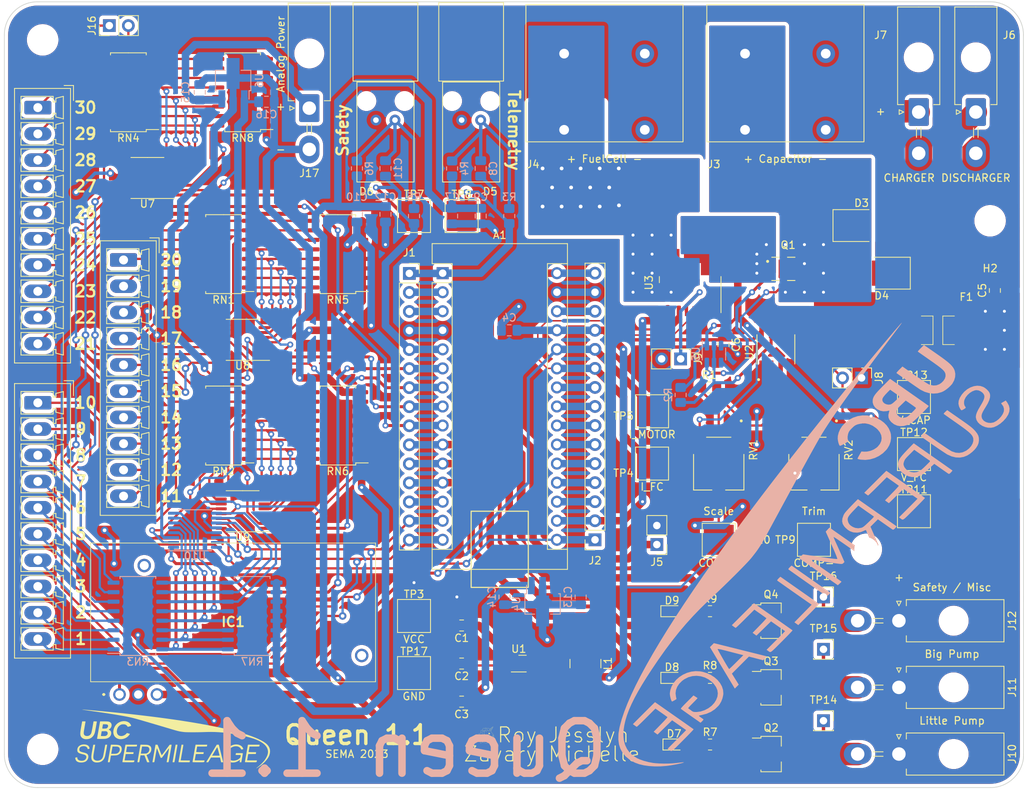
<source format=kicad_pcb>
(kicad_pcb (version 20211014) (generator pcbnew)
  (layers (0 "F.Cu" signal) (31 "B.Cu" signal) (34 "B.Paste" user) (35 "F.Paste" user) (36 "B.SilkS" user "B.Silkscreen") (37 "F.SilkS" user "F.Silkscreen") (38 "B.Mask" user) (39 "F.Mask" user) (44 "Edge.Cuts" user))
  (net 0 "")
  (net 1 "/TLMTR_TX")
  (net 2 "/RX1")
  (net 3 "/RESET1")
  (net 4 "GND")
  (net 5 "/D2")
  (net 6 "/ADCSelect0")
  (net 7 "/ADCSelect1")
  (net 8 "/ADCSelect2")
  (net 9 "/ADCSelect3")
  (net 10 "/D7")
  (net 11 "/BigPump")
  (net 12 "/D10")
  (net 13 "/MOSI")
  (net 14 "/MISO")
  (net 15 "/SCK")
  (net 16 "+3V3")
  (net 17 "/AREF")
  (net 18 "/Analog0")
  (net 19 "/Analog1")
  (net 20 "/Analog2")
  (net 21 "/Analog3")
  (net 22 "/Analog4_SDA")
  (net 23 "/Analog5_SCL")
  (net 24 "/Analog6")
  (net 25 "/Analog7")
  (net 26 "+5V")
  (net 27 "/RESET2")
  (net 28 "VCC")
  (net 29 "Net-(C2-Pad1)")
  (net 30 "Net-(C8-Pad2)")
  (net 31 "Net-(C11-Pad2)")
  (net 32 "+5VA")
  (net 33 "/FC+")
  (net 34 "/CAP+")
  (net 35 "/Voltage Limiting/CHRG+")
  (net 36 "/Voltage Limiting/DSCHRG+")
  (net 37 "Net-(D7-Pad2)")
  (net 38 "Net-(D8-Pad2)")
  (net 39 "Net-(D9-Pad2)")
  (net 40 "/VinNano")
  (net 41 "Net-(J8-Pad2)")
  (net 42 "Net-(J9-Pad1)")
  (net 43 "Net-(J10-Pad2)")
  (net 44 "Net-(J11-Pad2)")
  (net 45 "Net-(J12-Pad2)")
  (net 46 "Net-(J13-Pad1)")
  (net 47 "Net-(J13-Pad2)")
  (net 48 "Net-(J13-Pad3)")
  (net 49 "Net-(J13-Pad4)")
  (net 50 "Net-(J13-Pad5)")
  (net 51 "Net-(J13-Pad6)")
  (net 52 "Net-(J13-Pad7)")
  (net 53 "Net-(J13-Pad8)")
  (net 54 "Net-(J13-Pad9)")
  (net 55 "Net-(J13-Pad10)")
  (net 56 "Net-(J14-Pad1)")
  (net 57 "Net-(J14-Pad2)")
  (net 58 "Net-(J14-Pad3)")
  (net 59 "Net-(J14-Pad4)")
  (net 60 "Net-(J14-Pad5)")
  (net 61 "Net-(J14-Pad6)")
  (net 62 "Net-(J14-Pad7)")
  (net 63 "Net-(J14-Pad8)")
  (net 64 "Net-(J14-Pad9)")
  (net 65 "Net-(J14-Pad10)")
  (net 66 "Net-(J15-Pad1)")
  (net 67 "Net-(J15-Pad2)")
  (net 68 "Net-(J15-Pad3)")
  (net 69 "Net-(J15-Pad4)")
  (net 70 "Net-(J15-Pad5)")
  (net 71 "Net-(J15-Pad6)")
  (net 72 "Net-(J15-Pad7)")
  (net 73 "Net-(J15-Pad8)")
  (net 74 "Net-(J15-Pad9)")
  (net 75 "Net-(J15-Pad10)")
  (net 76 "Net-(L1-Pad1)")
  (net 77 "/Current Sensing/FC_OUT")
  (net 78 "Net-(R1-Pad1)")
  (net 79 "Net-(R1-Pad2)")
  (net 80 "Net-(J16-Pad1)")
  (net 81 "Net-(J16-Pad2)")
  (net 82 "Net-(Q1-Pad4)")
  (net 83 "/Voltage Sensing/cell17")
  (net 84 "/Voltage Sensing/cell18")
  (net 85 "/Voltage Sensing/cell19")
  (net 86 "/Voltage Sensing/cell20")
  (net 87 "/Voltage Sensing/cell21")
  (net 88 "/Voltage Sensing/cell22")
  (net 89 "/Voltage Sensing/cell23")
  (net 90 "/Voltage Sensing/cell24")
  (net 91 "/Voltage Sensing/cell9")
  (net 92 "/Voltage Sensing/cell10")
  (net 93 "/Voltage Sensing/cell11")
  (net 94 "/Voltage Sensing/cell12")
  (net 95 "/Voltage Sensing/cell13")
  (net 96 "/Voltage Sensing/cell14")
  (net 97 "/Voltage Sensing/cell15")
  (net 98 "/Voltage Sensing/cell16")
  (net 99 "/Voltage Sensing/cell1")
  (net 100 "/Voltage Sensing/cell2")
  (net 101 "/Voltage Sensing/cell3")
  (net 102 "/Voltage Sensing/cell4")
  (net 103 "/Voltage Sensing/cell5")
  (net 104 "/Voltage Sensing/cell6")
  (net 105 "/Voltage Sensing/cell7")
  (net 106 "/Voltage Sensing/cell8")
  (net 107 "/Voltage Sensing/cell25")
  (net 108 "/Voltage Sensing/cell26")
  (net 109 "/Voltage Sensing/cell27")
  (net 110 "/Voltage Sensing/cell28")
  (net 111 "/Voltage Sensing/cell29")
  (net 112 "/Voltage Sensing/cell30")
  (net 113 "/Voltage Sensing/extra1")
  (net 114 "/Voltage Sensing/extra2")
  (net 115 "/D9")
  (net 116 "Net-(RV2-Pad2)")
  (net 119 "Net-(U2-Pad5)")
  (net 122 "+12VA")
  (net 123 "GNDA")
  (footprint "Package_SO:SOIC-16_4.55x10.3mm_P1.27mm" (layer "F.Cu") (at 93.98 38.1 180)
    (fp_text reference "RN8")
    (fp_text value "1k")
  )
  (footprint "Connector_Phoenix_MC:PhoenixContact_MCV_1,5_10-G-3.5_1x10_P3.50mm_Vertical" (layer "F.Cu") (at 66.6675 40.1475 -90)
    (fp_text reference "J15" hide)
    (fp_text value "Conn_01x10_Male")
  )
  (footprint "custom:IF-E97" (layer "F.Cu") (at 124.46 41.8125)
    (fp_text reference "D5")
    (fp_text value "IF E97")
  )
  (footprint "custom:SOIC127P599X175-8N" (layer "F.Cu") (at 165.1 72.39 90)
    (fp_text reference "U2")
    (fp_text value "LM311DR")
  )
  (footprint "Capacitor_SMD:C_0805_2012Metric_Pad1.18x1.45mm_HandSolder" (layer "F.Cu") (at 158.115 71.755 -90)
    (fp_text reference "C6")
    (fp_text value "0.1uF")
  )
  (footprint "Connector_PinSocket_2.54mm:PinSocket_1x01_P2.54mm_Vertical" (layer "F.Cu") (at 171.45 121.92)
    (fp_text reference "TP14")
    (fp_text value "LPump")
  )
  (footprint "Capacitor_SMD:C_0805_2012Metric_Pad1.18x1.45mm_HandSolder" (layer "F.Cu") (at 123.19 119.38 180)
    (fp_text reference "C3")
    (fp_text value "10 uF")
  )
  (footprint "TestPoint:TestPoint_Pad_4.0x4.0mm" (layer "F.Cu") (at 116.84 115.57)
    (fp_text reference "TP17")
    (fp_text value "GND")
  )
  (footprint "custom:3586KTR" (layer "F.Cu") (at 186.69 69.85 180)
    (fp_text reference "F1")
    (fp_text value "Fuse")
  )
  (footprint "Package_SO:TSSOP-16_4.4x5mm_P0.65mm" (layer "F.Cu") (at 81.28 49.53 180)
    (fp_text reference "U7")
    (fp_text value "ADC1283")
  )
  (footprint "TestPoint:TestPoint_Pad_4.0x4.0mm" (layer "F.Cu") (at 116.84 107.95)
    (fp_text reference "TP3")
    (fp_text value "VCC")
  )
  (footprint "Resistor_SMD:R_0805_2012Metric_Pad1.20x1.40mm_HandSolder" (layer "F.Cu") (at 156.315219 116.205)
    (fp_text reference "R8")
    (fp_text value "1.5k")
  )
  (footprint "Connector_Molex:Molex_Mini-Fit_Jr_5569-02A2_2x01_P4.20mm_Horizontal" (layer "F.Cu") (at 181.51 126.365 -90)
    (fp_text reference "J10")
    (fp_text value "LittlePump")
  )
  (footprint "Package_DFN_QFN:TDFN-8-1EP_2x2mm_P0.5mm_EP0.8x1.2mm" (layer "F.Cu") (at 130.81 114.3)
    (fp_text reference "U1")
    (fp_text value "MAX15462AB")
  )
  (footprint "Connector_PinSocket_2.54mm:PinSocket_1x15_P2.54mm_Vertical" (layer "F.Cu") (at 116.215 62.26)
    (fp_text reference "J1")
    (fp_text value "Conn_01x15_Female")
  )
  (footprint "Package_SO:SOIC-16_4.55x10.3mm_P1.27mm" (layer "F.Cu") (at 106.68 59.69 180)
    (fp_text reference "RN5")
    (fp_text value "1k")
  )
  (footprint "TestPoint:TestPoint_Pad_4.0x4.0mm" (layer "F.Cu") (at 183.515 93.98)
    (fp_text reference "TP11")
    (fp_text value "COMP_OUT")
  )
  (footprint "Package_SO:SOIC-16_4.55x10.3mm_P1.27mm" (layer "F.Cu") (at 91.44 59.69 180)
    (fp_text reference "RN1")
    (fp_text value "3.3k")
  )
  (footprint "TestPoint:TestPoint_Pad_4.0x4.0mm" (layer "F.Cu") (at 116.84 54.61)
    (fp_text reference "TP7")
    (fp_text value "SAFETY_TX")
  )
  (footprint "Diode_SMD:D_PowerDI-5" (layer "F.Cu") (at 176.53 55.88)
    (fp_text reference "D3")
    (fp_text value "D")
  )
  (footprint "Connector_PinHeader_2.54mm:PinHeader_1x02_P2.54mm_Vertical" (layer "F.Cu") (at 152.4 73.66 -90)
    (fp_text reference "J9")
    (fp_text value "Current_Mode")
  )
  (footprint "TestPoint:TestPoint_Pad_4.0x4.0mm" (layer "F.Cu") (at 148.59 80.645)
    (fp_text reference "TP5")
    (fp_text value "I_MOTOR")
  )
  (footprint "Package_SO:SOIC-16_4.55x10.3mm_P1.27mm" (layer "F.Cu") (at 106.68 82.55 180)
    (fp_text reference "RN6")
    (fp_text value "1k")
  )
  (footprint "TestPoint:TestPoint_Pad_4.0x4.0mm" (layer "F.Cu") (at 157.48 97.79)
    (fp_text reference "TP10")
    (fp_text value "COMP+")
  )
  (footprint "MountingHole:MountingHole_3.2mm_M3" (layer "F.Cu") (at 193.675 55.245)
    (fp_text reference "H2")
    (fp_text value "MountingHole" hide)
  )
  (footprint "Connector_PinSocket_2.54mm:PinSocket_1x15_P2.54mm_Vertical" (layer "F.Cu") (at 140.98 97.79 180)
    (fp_text reference "J2")
    (fp_text value "Conn_01x15_Female")
  )
  (footprint "TestPoint:TestPoint_Pad_4.0x4.0mm" (layer "F.Cu") (at 183.515 86.36)
    (fp_text reference "TP12")
    (fp_text value "V_FC")
  )
  (footprint "MountingHole:MountingHole_3.2mm_M3" (layer "F.Cu") (at 177.165 99.06)
    (fp_text reference "H1" hide)
    (fp_text value "MountingHole" hide)
  )
  (footprint "Diode_SMD:D_PowerDI-5" (layer "F.Cu") (at 179.22 62.23 180)
    (fp_text reference "D4")
    (fp_text value "D")
  )
  (footprint "LOGO" (layer "F.Cu") (at 84.455 125.095)
    (fp_text reference "G***" hide)
    (fp_text value "LOGO" hide)
  )
  (footprint "Connector_PinSocket_2.54mm:PinSocket_1x01_P2.54mm_Vertical" (layer "F.Cu") (at 171.45 105.41)
    (fp_text reference "TP16")
    (fp_text value "OUT0")
  )
  (footprint "custom:VP0265540000G" (layer "F.Cu") (at 142.24 38.71)
    (fp_text reference "J4")
    (fp_text value "FUELCELL")
  )
  (footprint "Connector_Molex:Molex_Mini-Fit_Jr_5569-02A2_2x01_P4.20mm_Horizontal" (layer "F.Cu") (at 184.15 40.74)
    (fp_text reference "J7")
    (fp_text value "CHARGER")
  )
  (footprint "Connector_Phoenix_MC:PhoenixContact_MCV_1,5_10-G-3.5_1x10_P3.50mm_Vertical" (layer "F.Cu") (at 66.6675 79.5175 -90)
    (fp_text reference "J13" hide)
    (fp_text value "Conn_01x10_Male")
  )
  (footprint "Package_SON:Infineon_PG-TISON-8-5" (layer "F.Cu") (at 153.67 63.5 90)
    (fp_text reference "U3")
    (fp_text value "TLI4971-A050T5-U-E0001")
  )
  (footprint "Package_SO:TSSOP-16_4.4x5mm_P0.65mm" (layer "F.Cu") (at 93.98 71.12 180)
    (fp_text reference "U8")
    (fp_text value "ADC1283")
  )
  (footprint "Inductor_SMD:L_Coilcraft_LPS4018" (layer "F.Cu") (at 139.7 114.3 -90)
    (fp_text reference "L1")
    (fp_text value "47 uH")
  )
  (footprint "TestPoint:TestPoint_Pad_4.0x4.0mm" (layer "F.Cu") (at 170.18 97.79)
    (fp_text reference "TP9")
    (fp_text value "COMP-")
  )
  (footprint "Capacitor_SMD:C_0805_2012Metric_Pad1.18x1.45mm_HandSolder" (layer "F.Cu") (at 194.31 64.5375 90)
    (fp_text reference "C5")
    (fp_text value "10uF")
  )
  (footprint "Resistor_SMD:R_0805_2012Metric_Pad1.20x1.40mm_HandSolder" (layer "F.Cu") (at 156.21 77.47)
    (fp_text reference "R1")
    (fp_text value "1k")
  )
  (footprint "custom:L01Z050S05" (layer "F.Cu") (at 77.56 118.423069)
    (fp_text reference "IC1")
    (fp_text value "L01Z050S05" hide)
  )
  (footprint "custom:IF-E97" (layer "F.Cu") (at 113.03 41.8125)
    (fp_text reference "D6")
    (fp_text value "IF E97")
  )
  (footprint "Connector_Molex:Molex_Mini-Fit_Jr_5569-02A2_2x01_P4.20mm_Horizontal" (layer "F.Cu") (at 102.87 40.22)
    (fp_text reference "J17")
    (fp_text value "AnalogPower")
  )
  (footprint "LED_SMD:LED_0603_1608Metric" (layer "F.Cu") (at 151.524781 125.095)
    (fp_text reference "D7")
    (fp_text value "LED")
  )
  (footprint "Resistor_SMD:R_0805_2012Metric_Pad1.20x1.40mm_HandSolder" (layer "F.Cu") (at 156.315219 107.315)
    (fp_text reference "R9")
    (fp_text value "1.5k")
  )
  (footprint "Package_SO:SOIC-16_4.55x10.3mm_P1.27mm" (layer "F.Cu") (at 91.44 82.55 180)
    (fp_text reference "RN2")
    (fp_text value "3.3k")
  )
  (footprint "Connector_PinHeader_2.54mm:PinHeader_1x02_P2.54mm_Vertical" (layer "F.Cu") (at 149.225 98.425 180)
    (fp_text reference "J5")
    (fp_text value "ArduinoVCCPower")
  )
  (footprint "MountingHole:MountingHole_3.2mm_M3" (layer "F.Cu") (at 67.31 125.73)
    (fp_text reference "H4" hide)
    (fp_text value "MountingHole" hide)
  )
  (footprint "TestPoint:TestPoint_Pad_4.0x4.0mm" (layer "F.Cu") (at 183.515 78.74)
    (fp_text reference "TP13")
    (fp_text value "V_CAP")
  )
  (footprint "Connector_PinSocket_2.54mm:PinSocket_1x01_P2.54mm_Vertical" (layer "F.Cu") (at 171.45 112.395)
    (fp_text reference "TP15")
    (fp_text value "BPump")
  )
  (footprint "LED_SMD:LED_0603_1608Metric" (layer "F.Cu") (at 151.245 116.205)
    (fp_text reference "D8")
    (fp_text value "LED")
  )
  (footprint "Package_SO:SOIC-16_4.55x10.3mm_P1.27mm" (layer "F.Cu") (at 78.74 38.1 180)
    (fp_text reference "RN4")
    (fp_text value "3.3k")
  )
  (footprint "Package_TO_SOT_SMD:SOT-89-3_Handsoldering" (layer "F.Cu") (at 164.155 117.475)
    (fp_text reference "Q3")
    (fp_text value "Q_NMOS_GDS")
  )
  (footprint "Package_TO_SOT_SMD:SOT-89-3_Handsoldering" (layer "F.Cu") (at 164.155 108.585)
    (fp_text reference "Q4")
    (fp_text value "Q_NMOS_GDS")
  )
  (footprint "custom:TRIM_3361P-1-203GLF" (layer "F.Cu") (at 170.18 87.63 -90)
    (fp_text reference "RV2")
    (fp_text value "R_Potentiometer")
  )
  (footprint "LED_SMD:LED_0603_1608Metric" (layer "F.Cu") (at 151.245 107.315)
    (fp_text reference "D9")
    (fp_text value "LED")
  )
  (footprint "custom:TRANS_AONR21321" (layer "F.Cu") (at 166.099138 61.654585)
    (fp_text reference "Q1")
    (fp_text value "AONR21321")
  )
  (footprint "Connector_Molex:Molex_Mini-Fit_Jr_5569-02A2_2x01_P4.20mm_Horizontal" (layer "F.Cu") (at 181.51 108.585 -90)
    (fp_text reference "J12")
    (fp_text value "OUT0")
  )
  (footprint "Package_TO_SOT_SMD:SOT-89-3_Handsoldering" (layer "F.Cu") (at 164.164781 126.365)
    (fp_text reference "Q2")
    (fp_text value "Q_NMOS_GDS")
  )
  (footprint "Connector_Phoenix_MC:PhoenixContact_MCV_1,5_10-G-3.5_1x10_P3.50mm_Vertical" (layer "F.Cu") (at 78.0975 60.4675 -90)
    (fp_text reference "J14" hide)
    (fp_text value "Conn_01x10_Male")
  )
  (footprint "Connector_Molex:Molex_Mini-Fit_Jr_5569-02A2_2x01_P4.20mm_Horizontal" (layer "F.Cu") (at 191.77 40.74)
    (fp_text reference "J6")
    (fp_text value "DISCHARGER")
  )
  (footprint "custom:VP0265540000G" (layer "F.Cu") (at 166.37 38.71)
    (fp_text reference "J3")
    (fp_text value "CAPACITOR")
  )
  (footprint "Resistor_SMD:R_0805_2012Metric_Pad1.20x1.40mm_HandSolder" (layer "F.Cu") (at 156.325 125.095)
    (fp_text reference "R7")
    (fp_text value "1.5k")
  )
  (footprint "Connector_PinHeader_2.54mm:PinHeader_1x02_P2.54mm_Vertical" (layer "F.Cu") (at 76.2 29.21 90)
    (fp_text reference "J16")
    (fp_text value "ExtraAnalogs")
  )
  (footprint "Capacitor_SMD:C_0805_2012Metric_Pad1.18x1.45mm_HandSolder" (layer "F.Cu") (at 123.19 114.3 180)
    (fp_text reference "C2")
    (fp_text value "1 uF")
  )
  (footprint "custom:TRIM_3361P-1-203GLF" (layer "F.Cu") (at 157.48 87.63 -90)
    (fp_text reference "RV1")
    (fp_text value "R_Potentiometer")
  )
  (footprint "Connector_PinHeader_2.54mm:PinHeader_1x02_P2.54mm_Vertical" (layer "F.Cu") (at 176.53 76.2 -90)
    (fp_text reference "J8")
    (fp_text value "LimiterBypass")
  )
  (footprint "TestPoint:TestPoint_Pad_4.0x4.0mm" (layer "F.Cu") (at 148.59 87.63)
    (fp_text reference "TP4")
    (fp_text value "I_FC")
  )
  (footprint "Capacitor_SMD:C_0805_2012Metric_Pad1.18x1.45mm_HandSolder" (layer "F.Cu") (at 123.19 109.22 180)
    (fp_text reference "C1")
    (fp_text value "1 uF")
  )
  (footprint "Module:Arduino_Nano" (layer "F.Cu") (at 120.66 62.23)
    (fp_text reference "A1")
    (fp_text value "Arduino_Nano_Every")
  )
  (footprint "Connector_Molex:Molex_Mini-Fit_Jr_5569-02A2_2x01_P4.20mm_Horizontal" (layer "F.Cu") (at 181.51 117.475 -90)
    (fp_text reference "J11")
    (fp_text value "BigPump")
  )
  (footprint "Package_SO:TSSOP-16_4.4x5mm_P0.65mm" (layer "F.Cu") (at 93.98 93.98 180)
    (fp_text reference "U9")
    (fp_text value "ADC1283")
  )
  (footprint "TestPoint:TestPoint_Pad_4.0x4.0mm" (layer "F.Cu") (at 123.19 54.61)
    (fp_text reference "TP8")
    (fp_text value "TLMTR_TX")
  )
  (footprint "LOGO" (layer "F.Cu") (at 126.365 123.825)
    (fp_text reference "G***" hide)
    (fp_text value "LOGO" hide)
  )
  (footprint "MountingHole:MountingHole_3.2mm_M3" (layer "F.Cu") (at 67.31 31.115)
    (fp_text reference "H3" hide)
    (fp_text value "MountingHole" hide)
  )
  (footprint "Capacitor_SMD:C_0805_2012Metric_Pad1.18x1.45mm_HandSolder" (layer "B.Cu") (at 121.92 54.61 -90)
    (fp_text reference "C7")
    (fp_text value "10 uF")
  )
  (footprint "Capacitor_SMD:C_0805_2012Metric_Pad1.18x1.45mm_HandSolder" (layer "B.Cu") (at 125.73 48.26 90)
    (fp_text reference "C8")
    (fp_text value "15 pF")
  )
  (footprint "Capacitor_SMD:C_0805_2012Metric_Pad1.18x1.45mm_HandSolder" (layer "B.Cu") (at 109.22 54.3775 -90)
    (fp_text reference "C10")
    (fp_text value "10 uF")
  )
  (footprint "Capacitor_SMD:C_0805_2012Metric_Pad1.18x1.45mm_HandSolder" (layer "B.Cu") (at 129.54 69.85 180)
    (fp_text reference "C4")
    (fp_text value "1uF")
  )
  (footprint "Resistor_SMD:R_0805_2012Metric_Pad1.20x1.40mm_HandSolder" (layer "B.Cu") (at 116.84 54.61 90)
    (fp_text reference "R5")
    (fp_text value "200")
  )
  (footprint "Capacitor_SMD:C_0805_2012Metric_Pad1.18x1.45mm_HandSolder" (layer "B.Cu") (at 113.03 54.3775 -90)
    (fp_text reference "C12")
    (fp_text value "0.1 uF")
  )
  (footprint "LOGO" (layer "B.Cu") (at 168.251995 100.067923 -135)
    (fp_text reference "G***" hide)
    (fp_text value "LOGO" hide)
  )
  (footprint "Package_TO_SOT_SMD:SOT-23-6" (layer "B.Cu") (at 156.845 73.025 -90)
    (fp_text reference "U5")
    (fp_text value "ZXGD3003E6")
  )
  (footprint "Package_TO_SOT_SMD:SOT-89-3_Handsoldering" (layer "B.Cu") (at 133.985 106.045 -90)
    (fp_text reference "U4")
    (fp_text value "AS78L05RTR-G1")
  )
  (footprint "Capacitor_SMD:C_0805_2012Metric_Pad1.18x1.45mm_HandSolder" (layer "B.Cu") (at 128.905 105.41 -90)
    (fp_text reference "C14")
    (fp_text value "0.1uF")
  )
  (footprint "Resistor_SMD:R_0805_2012Metric_Pad1.20x1.40mm_HandSolder" (layer "B.Cu") (at 121.92 48.26 90)
    (fp_text reference "R4")
    (fp_text value "560")
  )
  (footprint "Package_SO:SOIC-16_4.55x10.3mm_P1.27mm" (layer "B.Cu") (at 95.25 107.95)
    (fp_text reference "RN7")
    (fp_text value "1k")
  )
  (footprint "Capacitor_SMD:C_0805_2012Metric_Pad1.18x1.45mm_HandSolder" (layer "B.Cu") (at 97.155 39.37)
    (fp_text reference "C16")
    (fp_text value "0.1uF")
  )
  (footprint "Capacitor_SMD:C_0805_2012Metric_Pad1.18x1.45mm_HandSolder" (layer "B.Cu") (at 113.03 48.26 90)
    (fp_text reference "C11")
    (fp_text value "15 pF")
  )
  (footprint "Package_SO:SOIC-16_4.55x10.3mm_P1.27mm" (layer "B.Cu") (at 80.01 107.95)
    (fp_text reference "RN3")
    (fp_text value "3.3k")
  )
  (footprint "Capacitor_SMD:C_0805_2012Metric_Pad1.18x1.45mm_HandSolder" (layer "B.Cu") (at 139.065 105.41 -90)
    (fp_text reference "C13")
    (fp_text value "0.33uF")
  )
  (footprint "Package_SO:TSSOP-16_4.4x5mm_P0.65mm" (layer "B.Cu") (at 87.63 96.52)
    (fp_text reference "U10")
    (fp_text value "ADC1283")
  )
  (footprint "Resistor_SMD:R_0805_2012Metric_Pad1.20x1.40mm_HandSolder" (layer "B.Cu") (at 109.22 48.26 90)
    (fp_text reference "R6")
    (fp_text value "560")
  )
  (footprint "Capacitor_SMD:C_0805_2012Metric_Pad1.18x1.45mm_HandSolder" (layer "B.Cu") (at 88.265 38.1 90)
    (fp_text reference "C15")
    (fp_text value "0.33uF")
  )
  (footprint "Capacitor_SMD:C_0805_2012Metric_Pad1.18x1.45mm_HandSolder" (layer "B.Cu") (at 125.73 54.61 -90)
    (fp_text reference "C9")
    (fp_text value "0.1 uF")
  )
  (footprint "Package_TO_SOT_SMD:SOT-89-3_Handsoldering" (layer "B.Cu") (at 92.71 36.83 90)
    (fp_text reference "U6")
    (fp_text value "AS78L05RTR-G1")
  )
  (footprint "Resistor_SMD:R_0805_2012Metric_Pad1.20x1.40mm_HandSolder" (layer "B.Cu") (at 152.4 78.47 -90)
    (fp_text reference "R2")
    (fp_text value "4.7k")
  )
  (footprint "Resistor_SMD:R_0805_2012Metric_Pad1.20x1.40mm_HandSolder" (layer "B.Cu") (at 129.54 54.61 90)
    (fp_text reference "R3")
    (fp_text value "200")
  )
  (gr_rect (start 124.46 93.98) (end 132.08 104.14) (layer "F.SilkS") (width 0.15) (fill none))
  (gr_arc (start 66.64309 130.84191) (mid 63.5 129.54) (end 62.19809 126.39691) (layer "Edge.Cuts") (width 0.1))
  (gr_line (start 198.15191 126.39691) (end 198.12 30.44809) (layer "Edge.Cuts") (width 0.1))
  (gr_arc (start 198.15191 126.39691) (mid 196.85 129.54) (end 193.70691 130.84191) (layer "Edge.Cuts") (width 0.1))
  (gr_line (start 62.19809 30.44809) (end 62.19809 126.39691) (layer "Edge.Cuts") (width 0.1))
  (gr_arc (start 193.675 26.035) (mid 196.81614 27.316262) (end 198.12 30.44809) (layer "Edge.Cuts") (width 0.1))
  (gr_line (start 66.64309 130.84191) (end 193.70691 130.84191) (layer "Edge.Cuts") (width 0.1))
  (gr_line (start 193.675 26.035) (end 66.675 26.035) (layer "Edge.Cuts") (width 0.1))
  (gr_arc (start 62.19809 30.44809) (mid 63.513271 27.30492) (end 66.675 26.035) (layer "Edge.Cuts") (width 0.1))
  (gr_text "Queen 1.1\n" (at 115.57 125.73) (layer "B.SilkS") (effects (font (size 7 7) (thickness 1)) (justify mirror)))
  (gr_text "SEMA 2023" (at 109.22 126.365) (layer "F.SilkS") (effects (font (size 1 1))))
  (gr_text "11" (at 84.455 91.9675) (layer "F.SilkS") (effects (font (size 1.5 1.5) (thickness 0.3))))
  (gr_text "Jesslyn" (at 134.62 123.825) (layer "F.SilkS") (effects (font (size 2 2)) (justify left)))
  (gr_text "14" (at 84.455 81.4675) (layer "F.SilkS") (effects (font (size 1.5 1.5) (thickness 0.3))))
  (gr_text "Telemetry" (at 130.175 43.18 270) (layer "F.SilkS") (effects (font (size 1.5 1.5) (thickness 0.3))))
  (gr_text "12" (at 84.455 88.4675) (layer "F.SilkS") (effects (font (size 1.5 1.5) (thickness 0.3))))
  (gr_text "25" (at 73.025 57.6475) (layer "F.SilkS") (effects (font (size 1.5 1.5) (thickness 0.3))))
  (gr_text "4" (at 72.39 100.5175) (layer "F.SilkS") (effects (font (size 1.5 1.5) (thickness 0.3))))
  (gr_text "20" (at 84.455 60.4675) (layer "F.SilkS") (effects (font (size 1.5 1.5) (thickness 0.3))))
  (gr_text "27" (at 73.025 50.6475) (layer "F.SilkS") (effects (font (size 1.5 1.5) (thickness 0.3))))
  (gr_text "+ FuelCell -" (at 142.24 46.99) (layer "F.SilkS") (effects (font (size 1 1))))
  (gr_text "Safety" (at 107.315 43.18 90) (layer "F.SilkS") (effects (font (size 1.5 1.5) (thickness 0.3))))
  (gr_text "6" (at 72.39 93.5175) (layer "F.SilkS") (effects (font (size 1.5 1.5) (thickness 0.3))))
  (gr_text "+" (at 181.61 102.87 270) (layer "F.SilkS") (effects (font (size 1 1))))
  (gr_text "26" (at 73.025 54.1475) (layer "F.SilkS") (effects (font (size 1.5 1.5) (thickness 0.3))))
  (gr_text "18" (at 84.455 67.4675) (layer "F.SilkS") (effects (font (size 1.5 1.5) (thickness 0.3))))
  (gr_text "-" (at 99.06 45.72) (layer "F.SilkS") (effects (font (size 1 1))))
  (gr_text "Safety / Misc" (at 188.595 104.14) (layer "F.SilkS") (effects (font (size 1 1))))
  (gr_text "19" (at 84.455 63.9675) (layer "F.SilkS") (effects (font (size 1.5 1.5) (thickness 0.3))))
  (gr_text "Michelle" (at 134.62 126.365) (layer "F.SilkS") (effects (font (size 2 2)) (justify left)))
  (gr_text "2" (at 72.39 107.473069) (layer "F.SilkS") (effects (font (size 1.5 1.5) (thickness 0.3))))
  (gr_text "Big Pump" (at 188.595 113.03) (layer "F.SilkS") (effects (font (size 1 1))))
  (gr_text "Analog Power" (at 99.06 33.02 90) (layer "F.SilkS") (effects (font (size 1 1))))
  (gr_text "1" (at 72.39 111.0175) (layer "F.SilkS") (effects (font (size 1.5 1.5) (thickness 0.3))))
  (gr_text "Scale" (at 157.48 93.98) (layer "F.SilkS") (effects (font (size 1 1))))
  (gr_text "10" (at 73.025 79.5175) (layer "F.SilkS") (effects (font (size 1.5 1.5) (thickness 0.3))))
  (gr_text "Roy" (at 133.35 123.825) (layer "F.SilkS") (effects (font (size 2 2)) (justify right)))
  (gr_text "+" (at 99.06 40.005) (layer "F.SilkS") (effects (font (size 1 1))))
  (gr_text "8" (at 72.39 86.5175) (layer "F.SilkS") (effects (font (size 1.5 1.5) (thickness 0.3))))
  (gr_text "7" (at 72.39 90.0175) (layer "F.SilkS") (effects (font (size 1.5 1.5) (thickness 0.3))))
  (gr_text "Little Pump" (at 188.595 121.92) (layer "F.SilkS") (effects (font (size 1 1))))
  (gr_text "Trim" (at 170.18 93.98) (layer "F.SilkS") (effects (font (size 1 1))))
  (gr_text "13" (at 84.455 84.9675) (layer "F.SilkS") (effects (font (size 1.5 1.5) (thickness 0.3))))
  (gr_text "15" (at 84.455 77.9675) (layer "F.SilkS") (effects (font (size 1.5 1.5) (thickness 0.3))))
  (gr_text "+" (at 179.07 40.64) (layer "F.SilkS") (effects (font (size 1 1))))
  (gr_text "9" (at 72.39 83.0175) (layer "F.SilkS") (effects (font (size 1.5 1.5) (thickness 0.3))))
  (gr_text "17" (at 84.455 70.9675) (layer "F.SilkS") (effects (font (size 1.5 1.5) (thickness 0.3))))
  (gr_text "29" (at 73.025 43.6475) (layer "F.SilkS") (effects (font (size 1.5 1.5) (thickness 0.3))))
  (gr_text "3" (at 72.39 104.0175) (layer "F.SilkS") (effects (font (size 1.5 1.5) (thickness 0.3))))
  (gr_text "5" (at 72.39 97.0175) (layer "F.SilkS") (effects (font (size 1.5 1.5) (thickness 0.3))))
  (gr_text "Zavary\n" (at 133.35 126.365) (layer "F.SilkS") (effects (font (size 2 2)) (justify right)))
  (gr_text "22" (at 73.025 68.1475) (layer "F.SilkS") (effects (font (size 1.5 1.5) (thickness 0.3))))
  (gr_text "24" (at 73.025 61.1475) (layer "F.SilkS") (effects (font (size 1.5 1.5) (thickness 0.3))))
  (gr_text "Queen 1.1" (at 109.22 123.825) (layer "F.SilkS") (effects (font (size 2.5 2.5) (thickness 0.45))))
  (gr_text "23" (at 73.025 64.6475) (layer "F.SilkS") (effects (font (size 1.5 1.5) (thickness 0.3))))
  (gr_text "30" (at 73.025 40.1475) (layer "F.SilkS") (effects (font (size 1.5 1.5) (thickness 0.3))))
  (gr_text "16" (at 84.455 74.4675) (layer "F.SilkS") (effects (font (size 1.5 1.5) (thickness 0.3))))
  (gr_text "+ Capacitor -" (at 166.37 46.99) (layer "F.SilkS") (effects (font (size 1 1))))
  (gr_text "28" (at 73.025 47.1475) (layer "F.SilkS") (effects (font (size 1.5 1.5) (thickness 0.3))))
  (gr_text "21" (at 73.025 71.6475) (layer "F.SilkS") (effects (font (size 1.5 1.5) (thickness 0.3))))
  (segment (start 123.825 51.435) (end 123.825 53.975) (width 0.45) (layer "F.Cu") (net 1))
  (segment (start 123.825 53.975) (end 123.19 54.61) (width 0.45) (layer "F.Cu") (net 1))
  (via (at 123.825 51.435) (size 0.8) (drill 0.4) (layers "F.Cu" "B.Cu") (net 1))
  (segment (start 125.73 49.2975) (end 127.635 51.2025) (width 0.45) (layer "B.Cu") (net 1))
  (segment (start 129.54 58.42) (end 129.54 55.61) (width 1) (layer "B.Cu") (net 1))
  (segment (start 116.215 62.26) (end 120.63 62.26) (width 1) (layer "B.Cu") (net 1))
  (segment (start 120.66 62.23) (end 125.73 62.23) (width 1) (layer "B.Cu") (net 1))
  (segment (start 127.635 53.705) (end 129.54 55.61) (width 0.45) (layer "B.Cu") (net 1))
  (segment (start 123.825 51.435) (end 125.365 51.435) (width 0.45) (layer "B.Cu") (net 1))
  (segment (start 125.365 51.435) (end 127.635 53.705) (width 0.45) (layer "B.Cu") (net 1))
  (segment (start 125.73 62.23) (end 129.54 58.42) (width 1) (layer "B.Cu") (net 1))
  (segment (start 127.635 51.2025) (end 127.635 53.705) (width 0.45) (layer "B.Cu") (net 1))
  (segment (start 120.66 64.77) (end 116.245 64.77) (width 1) (layer "B.Cu") (net 2))
  (segment (start 116.215 67.34) (end 120.63 67.34) (width 1) (layer "B.Cu") (net 3))
  (segment (start 91.1175 93.655) (end 88.575 93.655) (width 0.3) (layer "F.Cu") (net 4))
  (segment (start 152.17 67.75) (end 150.07 69.85) (width 0.3) (layer "F.Cu") (net 4))
  (segment (start 78.4175 49.205) (end 76.6495 49.205) (width 0.45) (layer "F.Cu") (net 4))
  (segment (start 80.06 118.423069) (end 80.06 121.97) (width 1) (layer "F.Cu") (net 4))
  (segment (start 131.7975 114.05) (end 133.1 114.05) (width 0.3) (layer "F.Cu") (net 4))
  (segment (start 76.835 100.965) (end 80.01 104.14) (width 0.45) (layer "F.Cu") (net 4))
  (segment (start 133.1 114.05) (end 134.62 115.57) (width 0.3) (layer "F.Cu") (net 4))
  (segment (start 91.1175 70.795) (end 89.225 70.795) (width 0.3) (layer "F.Cu") (net 4))
  (segment (start 80.01 104.14) (end 80.01 110.49) (width 0.45) (layer "F.Cu") (net 4))
  (segment (start 76.6495 49.205) (end 76.3395 48.895) (width 0.45) (layer "F.Cu") (net 4))
  (segment (start 80.06 121.97) (end 81.28 123.19) (width 1) (layer "F.Cu") (net 4))
  (via (at 71.755 51.435) (size 1) (drill 0.5) (layers "F.Cu" "B.Cu") (net 4))
  (via (at 134.62 111.125) (size 1) (drill 0.5) (layers "F.Cu" "B.Cu") (net 4))
  (via (at 130.81 66.675) (size 0.8) (drill 0.4) (layers "F.Cu" "B.Cu") (net 4))
  (via (at 81.28 67.31) (size 1) (drill 0.5) (layers "F.Cu" "B.Cu") (net 4))
  (via (at 127.635 56.515) (size 0.8) (drill 0.4) (layers "F.Cu" "B.Cu") (net 4))
  (via (at 160.02 73.025) (size 0.8) (drill 0.4) (layers "F.Cu" "B.Cu") (net 4))
  (via (at 154.305 95.885) (size 1) (drill 0.5) (layers "F.Cu" "B.Cu") (net 4))
  (via (at 76.3395 48.895) (size 1) (drill 0.5) (layers "F.Cu" "B.Cu") (net 4))
  (via (at 88.9 94.615) (size 1) (drill 0.5) (layers "F.Cu" "B.Cu") (net 4))
  (via (at 162.56 80.645) (size 1) (drill 0.5) (layers "F.Cu" "B.Cu") (net 4))
  (via (at 76.835 100.965) (size 1) (drill 0.5) (layers "F.Cu" "B.Cu") (net 4))
  (via (at 90.17 121.92) (size 0.8) (drill 0.4) (layers "F.Cu" "B.Cu") (net 4))
  (via (at 75.565 96.52) (size 1) (drill 0.5) (layers "F.Cu" "B.Cu") (net 4))
  (via (at 107.95 58.42) (size 0.8) (drill 0.4) (layers "F.Cu" "B.Cu") (net 4))
  (via (at 80.01 110.49) (size 0.8) (drill 0.4) (layers "F.Cu" "B.Cu") (net 4))
  (via (at 111.125 69.215) (size 1) (drill 0.5) (layers "F.Cu" "B.Cu") (net 4))
  (via (at 113.03 58.42) (size 0.8) (drill 0.4) (layers "F.Cu" "B.Cu") (net 4))
  (via (at 162.56 85.09) (size 1) (drill 0.5) (layers "F.Cu" "B.Cu") (net 4))
  (via (at 82.55 70.485) (size 1) (drill 0.5) (layers "F.Cu" "B.Cu") (net 4))
  (via (at 160.655 93.345) (size 1) (drill 0.5) (layers "F.Cu" "B.Cu") (net 4))
  (segment (start 133.985 103.9825) (end 133.985 105.394022) (width 1) (layer "B.Cu") (net 4))
  (segment (start 74.295 48.895) (end 71.755 51.435) (width 0.45) (layer "B.Cu") (net 4))
  (segment (start 133.985 103.9825) (end 133.985 110.49) (width 1) (layer "B.Cu") (net 4))
  (segment (start 75.565 96.52) (end 76.835 97.79) (width 0.45) (layer "B.Cu") (net 4))
  (segment (start 76.835 97.79) (end 76.835 100.965) (width 0.45) (layer "B.Cu") (net 4))
  (segment (start 128.5025 69.85) (end 128.5025 68.9825) (width 1) (layer "B.Cu") (net 4))
  (segment (start 80.01 110.49) (end 80.01 111.76) (width 0.45) (layer "B.Cu") (net 4))
  (segment (start 111.125 59.055) (end 111.125 69.215) (width 1) (layer "B.Cu") (net 4))
  (segment (start 157.795 71.8875) (end 158.8825 71.8875) (width 0.4) (layer "B.Cu") (net 4))
  (segment (start 133.985 110.49) (end 134.62 111.125) (width 1) (layer "B.Cu") (net 4))
  (segment (start 113.03 55.415) (end 113.03 58.42) (width 1) (layer "B.Cu") (net 4))
  (segment (start 109.22 57.15) (end 111.125 59.055) (width 1) (layer "B.Cu") (net 4))
  (segment (start 162.56 85.09) (end 162.56 80.645) (width 0.45) (layer "B.Cu") (net 4))
  (segment (start 116.215 69.88) (end 120.63 69.88) (width 1) (layer "B.Cu") (net 4))
  (segment (start 125.73 55.6475) (end 126.7675 55.6475) (width 1) (layer "B.Cu") (net 4))
  (segment (start 126.7675 55.6475) (end 127.635 56.515) (width 1) (layer "B.Cu") (net 4))
  (segment (start 81.28 67.31) (end 81.28 69.215) (width 0.45) (layer "B.Cu") (net 4))
  (segment (start 128.5025 68.9825) (end 130.81 66.675) (width 1) (layer "B.Cu") (net 4))
  (segment (start 89.769283 96.195) (end 88.9 95.325717) (width 0.3) (layer "B.Cu") (net 4))
  (segment (start 109.22 57.15) (end 107.95 58.42) (width 1) (layer "B.Cu") (net 4))
  (segment (start 132.931522 106.4475) (end 128.905 106.4475) (width 1) (layer "B.Cu") (net 4))
  (segment (start 158.8825 71.8875) (end 160.02 73.025) (width 0.4) (layer "B.Cu") (net 4))
  (segment (start 76.3395 48.895) (end 74.295 48.895) (width 0.45) (layer "B.Cu") (net 4))
  (segment (start 88.9 95.325717) (end 88.9 94.615) (width 0.3) (layer "B.Cu") (net 4))
  (segment (start 154.305 95.885) (end 158.115 95.885) (width 1) (layer "B.Cu") (net 4))
  (segment (start 121.92 55.6475) (end 125.73 55.6475) (width 1) (layer "B.Cu") (net 4))
  (segment (start 80.01 111.76) (end 90.17 121.92) (width 0.45) (layer "B.Cu") (net 4))
  (segment (start 133.985 105.394022) (end 132.931522 106.4475) (width 1) (layer "B.Cu") (net 4))
  (segment (start 135.9 64.77) (end 140.98 64.77) (width 1) (layer "B.Cu") (net 4))
  (segment (start 81.28 69.215) (end 82.55 70.485) (width 0.45) (layer "B.Cu") (net 4))
  (segment (start 133.985 105.394022) (end 135.038478 106.4475) (width 1) (layer "B.Cu") (net 4))
  (segment (start 90.4925 96.195) (end 89.769283 96.195) (width 0.3) (layer "B.Cu") (net 4))
  (segment (start 135.038478 106.4475) (end 139.065 106.4475) (width 1) (layer "B.Cu") (net 4))
  (segment (start 109.22 55.415) (end 109.22 57.15) (width 1) (layer "B.Cu") (net 4))
  (segment (start 158.115 95.885) (end 160.655 93.345) (width 1) (layer "B.Cu") (net 4))
  (segment (start 115.57 54.61) (end 116.84 54.61) (width 0.45) (layer "F.Cu") (net 5))
  (segment (start 111.76 50.8) (end 115.57 54.61) (width 0.45) (layer "F.Cu") (net 5))
  (via (at 111.76 50.8) (size 0.8) (drill 0.4) (layers "F.Cu" "B.Cu") (net 5))
  (segment (start 113.03 49.53) (end 114.935 51.435) (width 0.45) (layer "B.Cu") (net 5))
  (segment (start 113.03 60.96) (end 116.84 57.15) (width 1) (layer "B.Cu") (net 5))
  (segment (start 120.66 72.39) (end 116.245 72.39) (width 1) (layer "B.Cu") (net 5))
  (segment (start 116.84 57.15) (end 116.84 55.61) (width 1) (layer "B.Cu") (net 5))
  (segment (start 113.03 69.235) (end 113.03 60.96) (width 1) (layer "B.Cu") (net 5))
  (segment (start 114.935 51.435) (end 114.935 53.975) (width 0.45) (layer "B.Cu") (net 5))
  (segment (start 116.215 72.42) (end 113.03 69.235) (width 1) (layer "B.Cu") (net 5))
  (segment (start 114.3 50.8) (end 114.935 51.435) (width 0.45) (layer "B.Cu") (net 5))
  (segment (start 114.935 53.975) (end 116.57 55.61) (width 0.45) (layer "B.Cu") (net 5))
  (segment (start 111.76 50.8) (end 114.3 50.8) (width 0.45) (layer "B.Cu") (net 5))
  (segment (start 107.95 74.93) (end 107.98 74.96) (width 0.4) (layer "F.Cu") (net 6))
  (segment (start 94.615 104.775) (end 105.41 104.775) (width 0.4) (layer "F.Cu") (net 6))
  (segment (start 84.455 100.33) (end 85.09 100.965) (width 0.4) (layer "F.Cu") (net 6))
  (segment (start 107.98 74.96) (end 116.215 74.96) (width 0.4) (layer "F.Cu") (net 6))
  (segment (start 90.805 100.965) (end 94.615 104.775) (width 0.4) (layer "F.Cu") (net 6))
  (segment (start 105.41 104.775) (end 106.68 103.505) (width 0.4) (layer "F.Cu") (net 6))
  (segment (start 85.09 100.965) (end 90.805 100.965) (width 0.4) (layer "F.Cu") (net 6))
  (via (at 106.68 103.505) (size 1) (drill 0.5) (layers "F.Cu" "B.Cu") (net 6))
  (via (at 107.95 74.93) (size 0.8) (drill 0.4) (layers "F.Cu" "B.Cu") (net 6))
  (via (at 84.455 100.33) (size 0.8) (drill 0.4) (layers "F.Cu" "B.Cu") (net 6))
  (segment (start 106.68 103.505) (end 106.68 76.2) (width 0.4) (layer "B.Cu") (net 6))
  (segment (start 106.68 76.2) (end 107.95 74.93) (width 0.4) (layer "B.Cu") (net 6))
  (segment (start 84.455 99.1075) (end 84.7675 98.795) (width 0.4) (layer "B.Cu") (net 6))
  (segment (start 84.455 100.33) (end 84.455 99.1075) (width 0.4) (layer "B.Cu") (net 6))
  (segment (start 116.215 74.96) (end 120.63 74.96) (width 1) (layer "B.Cu") (net 6))
  (segment (start 107.58 96.255) (end 96.8425 96.255) (width 0.4) (layer "F.Cu") (net 7))
  (segment (start 109.855 76.2) (end 111.76 76.2) (width 0.4) (layer "F.Cu") (net 7))
  (segment (start 111.76 76.2) (end 113.06 77.5) (width 0.4) (layer "F.Cu") (net 7))
  (segment (start 107.95 95.885) (end 107.58 96.255) (width 0.4) (layer "F.Cu") (net 7))
  (segment (start 113.06 77.5) (end 116.215 77.5) (width 0.4) (layer "F.Cu") (net 7))
  (via (at 107.95 95.885) (size 0.8) (drill 0.4) (layers "F.Cu" "B.Cu") (net 7))
  (via (at 109.855 76.2) (size 0.8) (drill 0.4) (layers "F.Cu" "B.Cu") (net 7))
  (segment (start 107.95 95.885) (end 107.95 77.47) (width 0.4) (layer "B.Cu") (net 7))
  (segment (start 120.66 77.47) (end 116.245 77.47) (width 1) (layer "B.Cu") (net 7))
  (segment (start 107.95 77.47) (end 109.22 76.2) (width 0.4) (layer "B.Cu") (net 7))
  (segment (start 109.22 76.2) (end 109.855 76.2) (width 0.4) (layer "B.Cu") (net 7))
  (segment (start 96.8425 73.395) (end 110.86 73.395) (width 0.4) (layer "F.Cu") (net 8))
  (segment (start 110.86 73.395) (end 111.125 73.66) (width 0.4) (layer "F.Cu") (net 8))
  (segment (start 111.76 80.01) (end 111.79 80.04) (width 0.4) (layer "F.Cu") (net 8))
  (segment (start 111.79 80.04) (end 116.215 80.04) (width 0.4) (layer "F.Cu") (net 8))
  (via (at 111.125 73.66) (size 0.8) (drill 0.4) (layers "F.Cu" "B.Cu") (net 8))
  (via (at 111.76 80.01) (size 0.8) (drill 0.4) (layers "F.Cu" "B.Cu") (net 8))
  (segment (start 111.125 73.66) (end 111.125 79.375) (width 0.4) (layer "B.Cu") (net 8))
  (segment (start 116.215 80.04) (end 120.63 80.04) (width 1) (layer "B.Cu") (net 8))
  (segment (start 111.125 79.375) (end 111.76 80.01) (width 0.4) (layer "B.Cu") (net 8))
  (segment (start 116.185 82.55) (end 116.215 82.58) (width 0.4) (layer "F.Cu") (net 9))
  (segment (start 84.1425 51.805) (end 101.97 51.805) (width 0.4) (layer "F.Cu") (net 9))
  (segment (start 101.97 51.805) (end 106.68 56.515) (width 0.4) (layer "F.Cu") (net 9))
  (segment (start 113.03 82.55) (end 116.185 82.55) (width 0.4) (layer "F.Cu") (net 9))
  (via (at 106.68 56.515) (size 0.8) (drill 0.4) (layers "F.Cu" "B.Cu") (net 9))
  (via (at 113.03 82.55) (size 0.8) (drill 0.4) (layers "F.Cu" "B.Cu") (net 9))
  (segment (start 120.66 82.55) (end 116.245 82.55) (width 1) (layer "B.Cu") (net 9))
  (segment (start 106.68 67.31) (end 113.03 73.66) (width 0.4) (layer "B.Cu") (net 9))
  (segment (start 113.03 73.66) (end 113.03 82.55) (width 0.4) (layer "B.Cu") (net 9))
  (segment (start 106.68 56.515) (end 106.68 67.31) (width 0.4) (layer "B.Cu") (net 9))
  (segment (start 134.62 102.87) (end 129.54 97.79) (width 1) (layer "F.Cu") (net 10))
  (segment (start 127 85.09) (end 120.66 85.09) (width 1) (layer "F.Cu") (net 10))
  (segment (start 157.315219 107.315) (end 157.315219 106.515219) (width 1) (layer "F.Cu") (net 10))
  (segment (start 153.67 102.87) (end 134.62 102.87) (width 1) (layer "F.Cu") (net 10))
  (segment (start 129.54 87.63) (end 127 85.09) (width 1) (layer "F.Cu") (net 10))
  (segment (start 162.005 107.085) (end 157.545219 107.085) (width 1) (layer "F.Cu") (net 10))
  (segment (start 157.545219 107.085) (end 157.315219 107.315) (width 1) (layer "F.Cu") (net 10))
  (segment (start 157.315219 106.515219) (end 153.67 102.87) (width 1) (layer "F.Cu") (net 10))
  (segment (start 129.54 97.79) (end 129.54 87.63) (width 1) (layer "F.Cu") (net 10))
  (segment (start 116.215 85.12) (end 120.63 85.12) (width 1) (layer "B.Cu") (net 10))
  (segment (start 162.005 115.975) (end 157.545219 115.975) (width 1) (layer "F.Cu") (net 11))
  (segment (start 125.73 87.63) (end 120.66 87.63) (width 1) (layer "F.Cu") (net 11))
  (segment (start 133.771811 105.41) (end 127 98.638189) (width 1) (layer "F.Cu") (net 11))
  (segment (start 140.97 105.41) (end 133.771811 105.41) (width 1) (layer "F.Cu") (net 11))
  (segment (start 127 98.638189) (end 127 88.9) (width 1) (layer "F.Cu") (net 11))
  (segment (start 127 88.9) (end 125.73 87.63) (width 1) (layer "F.Cu") (net 11))
  (segment (start 157.545219 115.975) (end 157.315219 116.205) (width 1) (layer "F.Cu") (net 11))
  (segment (start 157.315219 116.062176) (end 150.473043 109.22) (width 1) (layer "F.Cu") (net 11))
  (segment (start 144.78 109.22) (end 140.97 105.41) (width 1) (layer "F.Cu") (net 11))
  (segment (start 157.315219 116.205) (end 157.315219 116.062176) (width 1) (layer "F.Cu") (net 11))
  (segment (start 150.473043 109.22) (end 144.78 109.22) (width 1) (layer "F.Cu") (net 11))
  (segment (start 120.66 87.63) (end 116.245 87.63) (width 1) (layer "B.Cu") (net 11))
  (segment (start 116.215 92.74) (end 120.63 92.74) (width 1) (layer "B.Cu") (net 12))
  (segment (start 71.12 103.505) (end 71.12 88.265) (width 0.3) (layer "F.Cu") (net 13))
  (segment (start 109.22 105.41) (end 107.315 105.41) (width 0.3) (layer "F.Cu") (net 13))
  (segment (start 71.12 88.265) (end 72.39 86.995) (width 0.3) (layer "F.Cu") (net 13))
  (segment (start 111.3395 99.4805) (end 111.125 99.4805) (width 0.3) (layer "F.Cu") (net 13))
  (segment (start 111.76 99.06) (end 112.435 99.06) (width 0.3) (layer "F.Cu") (net 13))
  (segment (start 106.045 106.68) (end 107.315 105.41) (width 0.3) (layer "F.Cu") (net 13))
  (segment (start 97.155 113.03) (end 80.645 113.03) (width 0.3) (layer "F.Cu") (net 13))
  (segment (start 106.045 106.68) (end 103.505 106.68) (width 0.3) (layer "F.Cu") (net 13))
  (segment (start 91.1175 72.095) (end 81.575 72.095) (width 0.3) (layer "F.Cu") (net 13))
  (segment (start 76.495 50.505) (end 78.4175 50.505) (width 0.3) (layer "F.Cu") (net 13))
  (segment (start 81.28 72.39) (end 74.93 72.39) (width 0.3) (layer "F.Cu") (net 13))
  (segment (start 91.897145 94.955) (end 91.1175 94.955) (width 0.3) (layer "F.Cu") (net 13))
  (segment (start 74.295 52.705) (end 76.495 50.505) (width 0.3) (layer "F.Cu") (net 13))
  (segment (start 111.76 99.06) (end 111.3395 99.4805) (width 0.3) (layer "F.Cu") (net 13))
  (segment (start 94.615 97.672855) (end 91.897145 94.955) (width 0.3) (layer "F.Cu") (net 13))
  (segment (start 74.295 71.755) (end 74.295 70.485) (width 0.3) (layer "F.Cu") (net 13))
  (segment (start 94.615 99.06) (end 94.615 97.672855) (width 0.3) (layer "F.Cu") (net 13))
  (segment (start 112.435 99.06) (end 116.215 95.28) (width 0.3) (layer "F.Cu") (net 13))
  (segment (start 81.575 72.095) (end 81.28 72.39) (width 0.3) (layer "F.Cu") (net 13))
  (segment (start 94.615 99.06) (end 111.76 99.06) (width 0.3) (layer "F.Cu") (net 13))
  (segment (start 103.505 106.68) (end 97.155 113.03) (width 0.3) (layer "F.Cu") (net 13))
  (segment (start 74.93 72.39) (end 74.295 71.755) (width 0.3) (layer "F.Cu") (net 13))
  (segment (start 80.645 113.03) (end 71.12 103.505) (width 0.3) (layer "F.Cu") (net 13))
  (via (at 74.295 70.485) (size 1) (drill 0.5) (layers "F.Cu" "B.Cu") (net 13))
  (via (at 109.22 105.41) (size 1) (drill 0.5) (layers "F.Cu" "B.Cu") (net 13))
  (via (at 74.295 52.705) (size 1) (drill 0.5) (layers "F.Cu" "B.Cu") (net 13))
  (via (at 111.125 99.4805) (size 1) (drill 0.5) (layers "F.Cu" "B.Cu") (net 13))
  (via (at 94.615 99.06) (size 1) (drill 0.5) (layers "F.Cu" "B.Cu") (net 13))
  (via (at 72.39 86.995) (size 1) (drill 0.5) (layers "F.Cu" "B.Cu") (net 13))
  (segment (start 120.66 95.25) (end 116.245 95.25) (width 1) (layer "B.Cu") (net 13))
  (segment (start 90.4925 97.495) (end 93.05 97.495) (width 0.3) (layer "B.Cu") (net 13))
  (segment (start 72.39 86.995) (end 74.295 85.09) (width 0.3) (layer "B.Cu") (net 13))
  (segment (start 111.125 103.505) (end 109.22 105.41) (width 0.3) (layer "B.Cu") (net 13))
  (segment (start 74.295 70.485) (end 74.295 69.215) (width 0.3) (layer "B.Cu") (net 13))
  (segment (start 74.295 85.09) (end 74.295 69.215) (width 0.3) (layer "B.Cu") (net 13))
  (segment (start 111.125 99.4805) (end 111.125 103.505) (width 0.3) (layer "B.Cu") (net 13))
  (segment (start 74.295 69.215) (end 74.295 52.705) (width 0.3) (layer "B.Cu") (net 13))
  (segment (start 93.05 97.495) (end 94.615 99.06) (width 0.3) (layer "B.Cu") (net 13))
  (segment (start 93.345 99.695) (end 93.345 97.109283) (width 0.3) (layer "F.Cu") (net 14))
  (segment (start 113.705 100.33) (end 116.215 97.82) (width 0.3) (layer "F.Cu") (net 14))
  (segment (start 73.632141 54.61) (end 77.087141 51.155) (width 0.3) (layer "F.Cu") (net 14))
  (segment (start 93.345 99.695) (end 93.98 100.33) (width 0.3) (layer "F.Cu") (net 14))
  (segment (start 69.85 86.995) (end 71.755 85.09) (width 0.3) (layer "F.Cu") (net 14))
  (segment (start 93.98 100.33) (end 109.855 100.33) (width 0.3) (layer "F.Cu") (net 14))
  (segment (start 98.425 114.3) (end 104.775 107.95) (width 0.3) (layer "F.Cu") (net 14))
  (segment (start 91.840717 95.605) (end 91.1175 95.605) (width 0.3) (layer "F.Cu") (net 14))
  (segment (start 80.01 114.3) (end 98.425 114.3) (width 0.3) (layer "F.Cu") (net 14))
  (segment (start 90.394283 72.745) (end 90.114283 73.025) (width 0.3) (layer "F.Cu") (net 14))
  (segment (start 74.295 73.025) (end 73.025 71.755) (width 0.3) (layer "F.Cu") (net 14))
  (segment (start 107.315 107.95) (end 104.775 107.95) (width 0.3) (layer "F.Cu") (net 14))
  (segment (start 109.855 100.33) (end 113.705 100.33) (width 0.3) (layer "F.Cu") (net 14))
  (segment (start 90.114283 73.025) (end 74.295 73.025) (width 0.3) (layer "F.Cu") (net 14))
  (segment (start 73.025 54.61) (end 73.632141 54.61) (width 0.3) (layer "F.Cu") (net 14))
  (segment (start 80.01 114.3) (end 69.85 104.14) (width 0.3) (layer "F.Cu") (net 14))
  (segment (start 73.025 71.755) (end 73.025 70.485) (width 0.3) (layer "F.Cu") (net 14))
  (segment (start 109.855 100.33) (end 109.4345 100.7505) (width 0.3) (layer "F.Cu") (net 14))
  (segment (start 93.345 97.109283) (end 91.840717 95.605) (width 0.3) (layer "F.Cu") (net 14))
  (segment (start 77.087141 51.155) (end 78.4175 51.155) (width 0.3) (layer "F.Cu") (net 14))
  (segment (start 69.85 104.14) (end 69.85 86.995) (width 0.3) (layer "F.Cu") (net 14))
  (segment (start 91.1175 72.745) (end 90.394283 72.745) (width 0.3) (layer "F.Cu") (net 14))
  (segment (start 109.4345 100.7505) (end 109.22 100.7505) (width 0.3) (layer "F.Cu") (net 14))
  (via (at 73.025 54.61) (size 1) (drill 0.5) (layers "F.Cu" "B.Cu") (net 14))
  (via (at 107.315 107.95) (size 1) (drill 0.5) (layers "F.Cu" "B.Cu") (net 14))
  (via (at 109.22 100.7505) (size 1) (drill 0.5) (layers "F.Cu" "B.Cu") (net 14))
  (via (at 93.345 99.695) (size 1) (drill 0.5) (layers "F.Cu" "B.Cu") (net 14))
  (via (at 73.025 70.485) (size 1) (drill 0.5) (layers "F.Cu" "B.Cu") (net 14))
  (via (at 71.755 85.09) (size 1) (drill 0.5) (layers "F.Cu" "B.Cu") (net 14))
  (segment (start 116.84 97.79) (end 120.66 97.79) (width 1) (layer "B.Cu") (net 14))
  (segment (start 91.795 98.145) (end 90.4925 98.145) (width 0.3) (layer "B.Cu") (net 14))
  (segment (start 107.315 107.95) (end 107.315 105.41) (width 0.3) (layer "B.Cu") (net 14))
  (segment (start 107.315 105.41) (end 109.22 103.505) (width 0.3) (layer "B.Cu") (net 14))
  (segment (start 116.215 97.82) (end 116.81 97.82) (width 1) (layer "B.Cu") (net 14))
  (segment (start 116.81 97.82) (end 116.84 97.79) (width 1) (layer "B.Cu") (net 14))
  (segment (start 93.345 99.695) (end 91.795 98.145) (width 0.3) (layer "B.Cu") (net 14))
  (segment (start 73.025 70.485) (end 73.025 54.61) (width 0.3) (layer "B.Cu") (net 14))
  (segment (start 71.755 85.09) (end 71.755 77.47) (width 0.3) (layer "B.Cu") (net 14))
  (segment (start 71.755 77.47) (end 73.025 76.2) (width 0.3) (layer "B.Cu") (net 14))
  (segment (start 109.22 103.505) (end 109.22 100.7505) (width 0.3) (layer "B.Cu") (net 14))
  (segment (start 73.025 76.2) (end 73.025 70.485) (width 0.3) (layer "B.Cu") (net 14))
  (segment (start 92.111757 97.249257) (end 91.1175 96.255) (width 0.3) (layer "F.Cu") (net 15))
  (segment (start 92.130135 100.385135) (end 93.345 101.6) (width 0.3) (layer "F.Cu") (net 15))
  (segment (start 86.36 78.105) (end 84.455 76.2) (width 0.3) (layer "F.Cu") (net 15))
  (segment (start 71.755 56.515) (end 73.025 56.515) (width 0.3) (layer "F.Cu") (net 15))
  (segment (start 77.735 51.805) (end 78.4175 51.805) (width 0.3) (layer "F.Cu") (net 15))
  (segment (start 92.111757 100.293244) (end 92.111757 97.249257) (width 0.3) (layer "F.Cu") (net 15))
  (segment (start 84.455 76.2) (end 74.93 76.2) (width 0.3) (layer "F.Cu") (net 15))
  (segment (start 116.205 101.6) (end 116.84 100.965) (width 0.3) (layer "F.Cu") (net 15))
  (segment (start 90.243513 98.425) (end 92.130135 100.311622) (width 0.3) (layer "F.Cu") (net 15))
  (segment (start 92.130135 100.311622) (end 92.130135 100.385135) (width 0.3) (layer "F.Cu") (net 15))
  (segment (start 87.109511 74.180489) (end 86.36 74.93) (width 0.3) (layer "F.Cu") (net 15))
  (segment (start 73.025 56.515) (end 77.735 51.805) (width 0.3) (layer "F.Cu") (net 15))
  (segment (start 74.295 98.425) (end 90.243513 98.425) (width 0.3) (layer "F.Cu") (net 15))
  (segment (start 74.93 76.2) (end 71.755 73.025) (width 0.3) (layer "F.Cu") (net 15))
  (segment (start 71.755 73.025) (end 71.755 71.12) (width 0.3) (layer "F.Cu") (net 15))
  (segment (start 93.345 101.6) (end 116.205 101.6) (width 0.3) (layer "F.Cu") (net 15))
  (segment (start 116.84 100.965) (end 123.825 100.965) (width 0.3) (layer "F.Cu") (net 15))
  (segment (start 72.39 96.52) (end 74.295 98.425) (width 0.3) (layer "F.Cu") (net 15))
  (segment (start 91.1175 73.395) (end 90.332011 74.180489) (width 0.3) (layer "F.Cu") (net 15))
  (segment (start 72.39 89.535) (end 72.39 96.52) (width 0.3) (layer "F.Cu") (net 15))
  (segment (start 92.130135 100.311622) (end 92.111757 100.293244) (width 0.3) (layer "F.Cu") (net 15))
  (segment (start 90.332011 74.180489) (end 87.109511 74.180489) (width 0.3) (layer "F.Cu") (net 15))
  (via (at 71.755 56.515) (size 1) (drill 0.5) (layers "F.Cu" "B.Cu") (net 15))
  (via (at 71.755 71.12) (size 1) (drill 0.5) (layers "F.Cu" "B.Cu") (net 15))
  (via (at 123.825 100.965) (size 1) (drill 0.5) (layers "F.Cu" "B.Cu") (net 15))
  (via (at 72.39 89.535) (size 1) (drill 0.5) (layers "F.Cu" "B.Cu") (net 15))
  (via (at 86.36 78.105) (size 1) (drill 0.5) (layers "F.Cu" "B.Cu") (net 15))
  (via (at 92.130135 100.311622) (size 1) (drill 0.5) (layers "F.Cu" "B.Cu") (net 15))
  (via (at 86.36 74.93) (size 1) (drill 0.5) (layers "F.Cu" "B.Cu") (net 15))
  (segment (start 92.130135 100.311622) (end 90.613513 98.795) (width 0.3) (layer "B.Cu") (net 15))
  (segment (start 86.36 74.93) (end 86.36 78.105) (width 0.3) (layer "B.Cu") (net 15))
  (segment (start 72.39 89.535) (end 69.85 86.995) (width 0.3) (layer "B.Cu") (net 15))
  (segment (start 140.98 97.79) (end 135.9 97.79) (width 1) (layer "B.Cu") (net 15))
  (segment (start 90.613513 98.795) (end 90.4925 98.795) (width 0.3) (layer "B.Cu") (net 15))
  (segment (start 69.85 71.755) (end 71.755 69.85) (width 0.3) (layer "B.Cu") (net 15))
  (segment (start 69.85 86.995) (end 69.85 71.755) (width 0.3) (layer "B.Cu") (net 15))
  (segment (start 123.825 100.965) (end 127 97.79) (width 0.3) (layer "B.Cu") (net 15))
  (segment (start 127 97.79) (end 135.9 97.79) (width 0.3) (layer "B.Cu") (net 15))
  (segment (start 71.755 71.12) (end 71.755 56.515) (width 0.3) (layer "B.Cu") (net 15))
  (segment (start 150.677375 67.752545) (end 149.84992 68.58) (width 1) (layer "F.Cu") (net 16))
  (segment (start 150.677375 66.977375) (end 150.677375 67.752545) (width 1) (layer "F.Cu") (net 16))
  (segment (start 150.67 66.97) (end 150.677375 66.977375) (width 1) (layer "F.Cu") (net 16))
  (segment (start 149.84992 68.58) (end 147.32 68.58) (width 1) (layer "F.Cu") (net 16))
  (segment (start 140.98 95.25) (end 144.78 95.25) (width 1) (layer "F.Cu") (net 16))
  (segment (start 144.78 95.25) (end 147.32 92.71) (width 1) (layer "F.Cu") (net 16))
  (via (at 147.32 92.71) (size 0.8) (drill 0.4) (layers "F.Cu" "B.Cu") (net 16))
  (via (at 147.32 68.58) (size 0.8) (drill 0.4) (layers "F.Cu" "B.Cu") (net 16))
  (segment (start 147.32 92.71) (end 147.32 68.58) (width 1) (layer "B.Cu") (net 16))
  (segment (start 135.9 95.25) (end 140.98 95.25) (width 1) (layer "B.Cu") (net 16))
  (segment (start 140.98 92.71) (end 135.9 92.71) (width 1) (layer "B.Cu") (net 17))
  (segment (start 135.9 90.17) (end 140.98 90.17) (width 1) (layer "B.Cu") (net 18))
  (segment (start 140.98 87.63) (end 135.9 87.63) (width 1) (layer "B.Cu") (net 19))
  (segment (start 135.9 85.09) (end 140.98 85.09) (width 1) (layer "B.Cu") (net 20))
  (segment (start 135.9 82.55) (end 140.98 82.55) (width 1) (layer "B.Cu") (net 21))
  (segment (start 135.9 80.01) (end 140.98 80.01) (width 1) (layer "B.Cu") (net 22))
  (segment (start 140.98 77.47) (end 135.9 77.47) (width 1) (layer "B.Cu") (net 23))
  (segment (start 133.35 73.66) (end 134.62 74.93) (width 0.2) (layer "F.Cu") (net 24))
  (segment (start 144.78 78.73) (end 140.98 74.93) (width 1) (layer "F.Cu") (net 24))
  (segment (start 154.17 67.75) (end 151.435 70.485) (width 0.2) (layer "F.Cu") (net 24))
  (segment (start 142.100692 68.58) (end 134.62 68.58) (width 0.2) (layer "F.Cu") (net 24))
  (segment (start 134.62 68.58) (end 133.35 69.85) (width 0.2) (layer "F.Cu") (net 24))
  (segment (start 148.59 87.63) (end 144.78 83.82) (width 1) (layer "F.Cu") (net 24))
  (segment (start 144.005692 70.485) (end 142.100692 68.58) (width 0.2) (layer "F.Cu") (net 24))
  (segment (start 134.62 74.93) (end 135.9 74.93) (width 0.2) (layer "F.Cu") (net 24))
  (segment (start 144.78 83.82) (end 144.78 78.73) (width 1) (layer "F.Cu") (net 24))
  (segment (start 151.435 70.485) (end 144.005692 70.485) (width 0.2) (layer "F.Cu") (net 24))
  (segment (start 133.35 69.85) (end 133.35 73.66) (width 0.2) (layer "F.Cu") (net 24))
  (segment (start 140.98 74.93) (end 135.9 74.93) (width 1) (layer "B.Cu") (net 24))
  (segment (start 116.205 102.235) (end 120.015 102.235) (width 0.4) (layer "F.Cu") (net 25))
  (segment (start 83.82 114.935) (end 85.725 116.84) (width 0.4) (layer "F.Cu") (net 25))
  (segment (start 79.62 114.935) (end 83.82 114.935) (width 0.4) (layer "F.Cu") (net 25))
  (segment (start 140.98 72.39) (end 148.59 80) (width 1) (layer "F.Cu") (net 25))
  (segment (start 85.725 116.84) (end 101.6 116.84) (width 0.4) (layer "F.Cu") (net 25))
  (segment (start 101.6 116.84) (end 116.205 102.235) (width 0.4) (layer "F.Cu") (net 25))
  (segment (start 77.56 116.995) (end 79.62 114.935) (width 0.4) (layer "F.Cu") (net 25))
  (segment (start 77.56 116.995) (end 77.56 118.423069) (width 0.4) (layer "F.Cu") (net 25))
  (via (at 120.015 102.235) (size 1) (drill 0.5) (layers "F.Cu" "B.Cu") (net 25))
  (segment (start 120.015 102.235) (end 132.08 90.17) (width 0.4) (layer "B.Cu") (net 25))
  (segment (start 135.9 72.39) (end 140.98 72.39) (width 1) (layer "B.Cu") (net 25))
  (segment (start 132.08 76.21) (end 135.9 72.39) (width 0.4) (layer "B.Cu") (net 25))
  (segment (start 132.08 90.17) (end 132.08 76.21) (width 0.4) (layer "B.Cu") (net 25))
  (segment (start 95.235 74.295) (end 102.87 74.295) (width 0.3) (layer "F.Cu") (net 26))
  (segment (start 102.87 74.295) (end 103.505 74.93) (width 0.3) (layer "F.Cu") (net 26))
  (segment (start 79.211427 49.855) (end 78.4175 49.855) (width 0.4) (layer "F.Cu") (net 26))
  (segment (start 91.1175 71.445) (end 92.385 71.445) (width 0.3) (layer "F.Cu") (net 26))
  (segment (start 129.8225 115.05) (end 129.8225 119.0975) (width 0.3) (layer "F.Cu") (net 26))
  (segment (start 126.365 117.475) (end 126.1325 117.475) (width 1) (layer "F.Cu") (net 26))
  (segment (start 167.64 84.43) (end 167.64 88.9) (width 0.3) (layer "F.Cu") (net 26))
  (segment (start 102.235 53.34) (end 82.696427 53.34) (width 0.4) (layer "F.Cu") (net 26))
  (segment (start 92.385 71.445) (end 95.235 74.295) (width 0.3) (layer "F.Cu") (net 26))
  (segment (start 142.24 69.85) (end 140.98 69.85) (width 1) (layer "F.Cu") (net 26))
  (segment (start 161.995 71.12) (end 143.51 71.12) (width 0.45) (layer "F.Cu") (net 26))
  (segment (start 106.68 116.205) (end 109.22 118.745) (width 1) (layer "F.Cu") (net 26))
  (segment (start 136.385 119.38) (end 129.54 119.38) (width 1) (layer "F.Cu") (net 26))
  (segment (start 143.51 71.12) (end 142.24 69.85) (width 1) (layer "F.Cu") (net 26))
  (segment (start 113.665 123.19) (end 123.19 123.19) (width 1) (layer "F.Cu") (net 26))
  (segment (start 142.875 116.205) (end 142.735 116.065) (width 1) (layer "F.Cu") (net 26))
  (segment (start 144.78 72.39) (end 143.51 71.12) (width 1) (layer "F.Cu") (net 26))
  (segment (start 82.696427 53.34) (end 79.211427 49.855) (width 0.4) (layer "F.Cu") (net 26))
  (segment (start 126.1325 117.475) (end 124.2275 119.38) (width 1) (layer "F.Cu") (net 26))
  (segment (start 109.22 118.745) (end 113.665 123.19) (width 1) (layer "F.Cu") (net 26))
  (segment (start 163.195 69.92) (end 161.995 71.12) (width 0.45) (layer "F.Cu") (net 26))
  (segment (start 124.2275 122.1525) (end 124.2275 119.38) (width 1) (layer "F.Cu") (net 26))
  (segment (start 142.735 116.065) (end 139.7 116.065) (width 1) (layer "F.Cu") (net 26))
  (segment (start 109.22 118.745) (end 108.898069 118.423069) (width 1) (layer "F.Cu") (net 26))
  (segment (start 91.1175 94.305) (end 92.385 94.305) (width 0.3) (layer "F.Cu") (net 26))
  (segment (start 108.898069 118.423069) (end 82.56 118.423069) (width 1) (layer "F.Cu") (net 26))
  (segment (start 139.7 116.065) (end 136.385 119.38) (width 1) (layer "F.Cu") (net 26))
  (segment (start 92.385 94.305) (end 93.345 93.345) (width 0.3) (layer "F.Cu") (net 26))
  (segment (start 129.54 119.38) (end 124.2275 119.38) (width 1) (layer "F.Cu") (net 26))
  (segment (start 123.19 123.19) (end 124.2275 122.1525) (width 1) (layer "F.Cu") (net 26))
  (via (at 126.365 117.475) (size 1) (drill 0.5) (layers "F.Cu" "B.Cu") (net 26))
  (via (at 167.64 88.9) (size 0.8) (drill 0.4) (layers "F.Cu" "B.Cu") (net 26))
  (via (at 106.68 116.205) (size 0.8) (drill 0.4) (layers "F.Cu" "B.Cu") (net 26))
  (via (at 103.505 74.93) (size 0.8) (drill 0.4) (layers "F.Cu" "B.Cu") (net 26))
  (via (at 142.875 116.205) (size 0.8) (drill 0.4) (layers "F.Cu" "B.Cu") (net 26))
  (via (at 144.78 72.39) (size 0.8) (drill 0.4) (layers "F.Cu" "B.Cu") (net 26))
  (via (at 102.235 53.34) (size 0.8) (drill 0.4) (layers "F.Cu" "B.Cu") (net 26))
  (via (at 93.345 93.345) (size 0.8) (drill 0.4) (layers "F.Cu" "B.Cu") (net 26))
  (segment (start 132.485 103.895) (end 129.3825 103.895) (width 1) (layer "B.Cu") (net 26))
  (segment (start 129.3825 103.895) (end 128.905 104.3725) (width 1) (layer "B.Cu") (net 26))
  (segment (start 103.505 74.93) (end 104.775 76.2) (width 0.3) (layer "B.Cu") (net 26))
  (segment (start 144.78 104.14) (end 144.78 72.39) (width 1) (layer "B.Cu") (net 26))
  (segment (start 121.92 53.5725) (end 121.92 49.26) (width 1) (layer "B.Cu") (net 26))
  (segment (start 104.775 114.3) (end 104.775 94.615) (width 1) (layer "B.Cu") (net 26))
  (segment (start 116.281624 36.83) (end 109.22 36.83) (width 1) (layer "B.Cu") (net 26))
  (segment (start 93.345 93.345) (end 103.505 93.345) (width 0.3) (layer "B.Cu") (net 26))
  (segment (start 104.811956 53.303044) (end 103.694511 54.420489) (width 1) (layer "B.Cu") (net 26))
  (segment (start 104.775 76.2) (end 104.775 57.442934) (width 1) (layer "B.Cu") (net 26))
  (segment (start 135.9 69.85) (end 130.5775 69.85) (width 1) (layer "B.Cu") (net 26))
  (segment (start 104.775 94.615) (end 104.775 76.2) (width 1) (layer "B.Cu") (net 26))
  (segment (start 121.92 53.5725) (end 120.8825 53.5725) (width 1) (layer "B.Cu") (net 26))
  (segment (start 106.68 39.37) (end 106.68 53.303044) (width 1) (layer "B.Cu") (net 26))
  (segment (start 102.614022 53.34) (end 103.694511 54.420489) (width 0.4) (layer "B.Cu") (net 26))
  (segment (start 152.4 104.14) (end 144.78 104.14) (width 0.3) (layer "B.Cu") (net 26))
  (segment (start 125.73 53.5725) (end 121.92 53.5725) (width 1) (layer "B.Cu") (net 26))
  (segment (start 135.9 69.85) (end 140.98 69.85) (width 1) (layer "B.Cu") (net 26))
  (segment (start 144.78 114.3) (end 144.78 104.14) (width 1) (layer "B.Cu") (net 26))
  (segment (start 128.824676 104.3725) (end 126.365 106.832176) (width 1) (layer "B.Cu") (net 26))
  (segment (start 89.151428 96.845) (end 87.63 95.323572) (width 0.3) (layer "B.Cu") (net 26))
  (segment (start 87.63 93.98) (end 88.9 92.71) (width 0.3) (layer "B.Cu") (net 26))
  (segment (start 106.68 116.205) (end 104.775 114.3) (width 1) (layer "B.Cu") (net 26))
  (segment (start 87.63 95.323572) (end 87.63 93.98) (width 0.3) (layer "B.Cu") (net 26))
  (segment (start 90.4925 96.845) (end 89.151428 96.845) (width 0.3) (layer "B.Cu") (net 26))
  (segment (start 120.8825 53.5725) (end 118.752346 51.442346) (width 1) (layer "B.Cu") (net 26))
  (segment (start 106.68 53.303044) (end 104.811956 53.303044) (width 1) (layer "B.Cu") (net 26))
  (segment (start 118.752346 51.442346) (end 118.752346 39.300722) (width 1) (layer "B.Cu") (net 26))
  (segment (start 126.365 106.832176) (end 126.365 117.475) (width 1) (layer "B.Cu") (net 26))
  (segment (start 106.68 53.303044) (end 106.716956 53.34) (width 1) (layer "B.Cu") (net 26))
  (segment (start 128.905 104.3725) (end 128.824676 104.3725) (width 1) (layer "B.Cu") (net 26))
  (segment (start 142.875 116.205) (end 144.78 114.3) (width 1) (layer "B.Cu") (net 26))
  (segment (start 103.505 93.345) (end 104.775 94.615) (width 0.3) (layer "B.Cu") (net 26))
  (segment (start 113.03 53.34) (end 109.22 53.34) (width 1) (layer "B.Cu") (net 26))
  (segment (start 118.752346 39.300722) (end 116.281624 36.83) (width 1) (layer "B.Cu") (net 26))
  (segment (start 92.71 92.71) (end 93.345 93.345) (width 0.3) (layer "B.Cu") (net 26))
  (segment (start 109.22 36.83) (end 106.68 39.37) (width 1) (layer "B.Cu") (net 26))
  (segment (start 167.64 88.9) (end 152.4 104.14) (width 0.3) (layer "B.Cu") (net 26))
  (segment (start 103.694511 54.420489) (end 103.694511 56.362445) (width 1) (layer "B.Cu") (net 26))
  (segment (start 109.22 49.26) (end 109.22 53.34) (width 1) (layer "B.Cu") (net 26))
  (segment (start 104.775 57.442934) (end 103.694511 56.362445) (width 1) (layer "B.Cu") (net 26))
  (segment (start 102.614022 53.34) (end 102.235 53.34) (width 0.4) (layer "B.Cu") (net 26))
  (segment (start 88.9 92.71) (end 92.71 92.71) (width 0.3) (layer "B.Cu") (net 26))
  (segment (start 106.716956 53.34) (end 109.22 53.34) (width 1) (layer "B.Cu") (net 26))
  (segment (start 135.9 67.31) (end 140.98 67.31) (width 1) (layer "B.Cu") (net 27))
  (segment (start 181.51 108.585) (end 181.51 105.51) (width 3) (layer "F.Cu") (net 28))
  (segment (start 116.84 107.95) (end 116.84 103.505) (width 0.3) (layer "F.Cu") (net 28))
  (segment (start 181.51 126.365) (end 181.51 117.475) (width 3) (layer "F.Cu") (net 28))
  (segment (start 181.51 105.51) (end 195.58 91.44) (width 3) (layer "F.Cu") (net 28))
  (segment (start 124.2275 107.0825) (end 122.555 105.41) (width 1) (layer "F.Cu") (net 28))
  (segment (start 125.4925 109.22) (end 129.710489 113.437989) (width 1) (layer "F.Cu") (net 28))
  (segment (start 181.51 108.585) (end 181.51 117.475) (width 3) (layer "F.Cu") (net 28))
  (segment (start 124.2275 109.22) (end 124.2275 107.0825) (width 1) (layer "F.Cu") (net 28))
  (segment (start 129.710489 113.437989) (end 129.710489 113.55) (width 1) (layer "F.Cu") (net 28))
  (segment (start 124.2275 109.22) (end 125.4925 109.22) (width 1) (layer "F.Cu") (net 28))
  (segment (start 195.58 91.44) (end 195.58 73.66) (width 3) (layer "F.Cu") (net 28))
  (via (at 193.04 67.31) (size 0.8) (drill 0.4) (layers "F.Cu" "B.Cu") (net 28))
  (via (at 193.04 72.39) (size 0.8) (drill 0.4) (layers "F.Cu" "B.Cu") (net 28))
  (via (at 195.58 72.39) (size 0.8) (drill 0.4) (layers "F.Cu" "B.Cu") (net 28))
  (via (at 116.84 103.505) (size 0.8) (drill 0.4) (layers "F.Cu" "B.Cu") (net 28))
  (via (at 122.555 105.41) (size 0.8) (drill 0.4) (layers "F.Cu" "B.Cu") (net 28))
  (via (at 195.58 69.85) (size 0.8) (drill 0.4) (layers "F.Cu" "B.Cu") (net 28))
  (via (at 195.58 67.31) (size 0.8) (drill 0.4) (layers "F.Cu" "B.Cu") (net 28))
  (segment (start 138.5875 103.895) (end 139.065 104.3725) (width 1) (layer "B.Cu") (net 28))
  (segment (start 135.485 103.895) (end 138.5875 103.895) (width 1) (layer "B.Cu") (net 28))
  (segment (start 124.4775 114.55) (end 124.2275 114.3) (width 0.3) (layer "F.Cu") (net 29))
  (segment (start 129.8225 114.55) (end 124.4775 114.55) (width 0.3) (layer "F.Cu") (net 29))
  (segment (start 129.54 53.61) (end 129.54 45.6225) (width 0.45) (layer "B.Cu") (net 30))
  (segment (start 125.73 43.45) (end 125.73 41.8125) (width 0.45) (layer "B.Cu") (net 30))
  (segment (start 121.92 47.26) (end 125.73 43.45) (width 0.45) (layer "B.Cu") (net 30))
  (segment (start 129.54 45.6225) (end 125.73 41.8125) (width 0.45) (layer "B.Cu") (net 30))
  (segment (start 125.73 47.2225) (end 125.73 41.8125) (width 0.45) (layer "B.Cu") (net 30))
  (segment (start 113.03 47.2225) (end 114.3 45.9525) (width 0.45) (layer "B.Cu") (net 31))
  (segment (start 114.3 45.9525) (end 114.3 41.8125) (width 0.45) (layer "B.Cu") (net 31))
  (segment (start 109.22 46.8925) (end 114.3 41.8125) (width 0.45) (layer "B.Cu") (net 31))
  (segment (start 116.84 44.3525) (end 114.3 41.8125) (width 0.45) (layer "B.Cu") (net 31))
  (segment (start 116.84 53.61) (end 116.84 44.3525) (width 0.45) (layer "B.Cu") (net 31))
  (segment (start 94.615 94.100717) (end 94.615 89.535) (width 0.3) (layer "F.Cu") (net 32))
  (segment (start 96.8425 72.745) (end 99.34 72.745) (width 0.3) (layer "F.Cu") (net 32))
  (segment (start 83.185 96.52) (end 86.995 92.71) (width 0.3) (layer "F.Cu") (net 32))
  (segment (start 81.915 96.52) (end 83.185 96.52) (width 0.3) (layer "F.Cu") (net 32))
  (segment (start 96.8425 95.605) (end 96.119283 95.605) (width 0.3) (layer "F.Cu") (net 32))
  (segment (start 86.995 92.71) (end 86.995 91.44) (width 0.3) (layer "F.Cu") (net 32))
  (segment (start 99.34 72.745) (end 100.33 71.755) (width 0.3) (layer "F.Cu") (net 32))
  (segment (start 84.1425 51.155) (end 90.45 51.155) (width 0.3) (layer "F.Cu") (net 32))
  (segment (start 90.45 51.155) (end 91.44 50.165) (width 0.3) (layer "F.Cu") (net 32))
  (segment (start 96.119283 95.605) (end 94.615 94.100717) (width 0.3) (layer "F.Cu") (net 32))
  (via (at 81.915 96.52) (size 0.8) (drill 0.4) (layers "F.Cu" "B.Cu") (net 32))
  (via (at 91.44 50.165) (size 0.8) (drill 0.4) (layers "F.Cu" "B.Cu") (net 32))
  (via (at 100.33 71.755) (size 0.8) (drill 0.4) (layers "F.Cu" "B.Cu") (net 32))
  (via (at 94.615 89.535) (size 0.8) (drill 0.4) (layers "F.Cu" "B.Cu") (net 32))
  (via (at 86.995 91.44) (size 0.8) (drill 0.4) (layers "F.Cu" "B.Cu") (net 32))
  (segment (start 100.33 71.755) (end 99.06 71.755) (width 0.3) (layer "B.Cu") (net 32))
  (segment (start 93.345 48.26) (end 93.345 46.99) (width 0.3) (layer "B.Cu") (net 32))
  (segment (start 81.915 96.662138) (end 83.397862 98.145) (width 0.3) (layer "B.Cu") (net 32))
  (segment (start 86.995 91.44) (end 88.9 89.535) (width 0.3) (layer "B.Cu") (net 32))
  (segment (start 91.44 89.535) (end 93.345 87.63) (width 0.3) (layer "B.Cu") (net 32))
  (segment (start 94.615 89.535) (end 94.615 88.9) (width 0.3) (layer "B.Cu") (net 32))
  (segment (start 96.1175 39.37) (end 94.6 39.37) (width 0.4) (layer "B.Cu") (net 32))
  (segment (start 93.345 46.99) (end 93.345 65.405) (width 1) (layer "B.Cu") (net 32))
  (segment (start 94.21 41.68) (end 94.21 38.98) (width 1) (layer "B.Cu") (net 32))
  (segment (start 81.915 96.52) (end 81.915 96.662138) (width 0.3) (layer "B.Cu") (net 32))
  (segment (start 94.21 41.68) (end 93.345 42.545) (width 1) (layer "B.Cu") (net 32))
  (segment (start 91.44 50.165) (end 93.345 48.26) (width 0.3) (layer "B.Cu") (net 32))
  (segment (start 83.397862 98.145) (end 84.7675 98.145) (width 0.3) (layer "B.Cu") (net 32))
  (segment (start 93.345 66.04) (end 93.345 87.63) (width 1) (layer "B.Cu") (net 32))
  (segment (start 88.9 89.535) (end 91.44 89.535) (width 0.3) (layer "B.Cu") (net 32))
  (segment (start 99.06 71.755) (end 93.345 66.04) (width 0.3) (layer "B.Cu") (net 32))
  (segment (start 93.345 42.545) (end 93.345 46.99) (width 1) (layer "B.Cu") (net 32))
  (segment (start 94.615 88.9) (end 93.345 87.63) (width 0.3) (layer "B.Cu") (net 32))
  (segment (start 93.345 65.405) (end 93.345 66.04) (width 1) (layer "B.Cu") (net 32))
  (segment (start 94.6 39.37) (end 94.21 38.98) (width 0.4) (layer "B.Cu") (net 32))
  (via (at 148.59 59.69) (size 0.8) (drill 0.4) (layers "F.Cu" "B.Cu") (net 33))
  (via (at 146.05 62.23) (size 0.8) (drill 0.4) (layers "F.Cu" "B.Cu") (net 33))
  (via (at 133.985 48.26) (size 1) (drill 0.5) (layers "F.Cu" "B.Cu") (net 33))
  (via (at 135.255 50.8) (size 1) (drill 0.5) (layers "F.Cu" "B.Cu") (net 33))
  (via (at 144.172878 53.184923) (size 1) (drill 0.5) (layers "F.Cu" "B.Cu") (net 33))
  (via (at 146.05 64.77) (size 0.8) (drill 0.4) (layers "F.Cu" "B.Cu") (net 33))
  (via (at 141.605 53.34) (size 1) (drill 0.5) (layers "F.Cu" "B.Cu") (net 33))
  (via (at 146.05 59.69) (size 0.8) (drill 0.4) (layers "F.Cu" "B.Cu") (net 33))
  (via (at 148.59 62.23) (size 0.8) (drill 0.4) (layers "F.Cu" "B.Cu") (net 33))
  (via (at 137.795 50.8) (size 1) (drill 0.5) (layers "F.Cu" "B.Cu") (net 33))
  (via (at 133.985 53.34) (size 1) (drill 0.5) (layers "F.Cu" "B.Cu") (net 33))
  (via (at 148.59 57.15) (size 0.8) (drill 0.4) (layers "F.Cu" "B.Cu") (net 33))
  (via (at 142.875 50.8) (size 1) (drill 0.5) (layers "F.Cu" "B.Cu") (net 33))
  (via (at 136.525 53.34) (size 1) (drill 0.5) (layers "F.Cu" "B.Cu") (net 33))
  (via (at 144.145 48.26) (size 1) (drill 0.5) (layers "F.Cu" "B.Cu") (net 33))
  (via (at 148.59 64.77) (size 0.8) (drill 0.4) (layers "F.Cu" "B.Cu") (net 33))
  (via (at 151.13 64.77) (size 0.8) (drill 0.4) (layers "F.Cu" "B.Cu") (net 33))
  (via (at 151.13 57.15) (size 0.8) (drill 0.4) (layers "F.Cu" "B.Cu") (net 33))
  (via (at 140.335 50.8) (size 1) (drill 0.5) (layers "F.Cu" "B.Cu") (net 33))
  (via (at 141.605 48.26) (size 1) (drill 0.5) (layers "F.Cu" "B.Cu") (net 33))
  (via (at 139.065 48.26) (size 1) (drill 0.5) (layers "F.Cu" "B.Cu") (net 33))
  (via (at 139.065 53.34) (size 1) (drill 0.5) (layers "F.Cu" "B.Cu") (net 33))
  (via (at 146.05 57.15) (size 0.8) (drill 0.4) (layers "F.Cu" "B.Cu") (net 33))
  (via (at 136.525 48.26) (size 1) (drill 0.5) (layers "F.Cu" "B.Cu") (net 33))
  (segment (start 165.1 64.77) (end 166.099138 63.770862) (width 0.3) (layer "F.Cu") (net 34))
  (segment (start 166.099138 63.770862) (end 166.099138 63.069585) (width 0.3) (layer "F.Cu") (net 34))
  (segment (start 154.94 81.745) (end 154.94 84.43) (width 0.3) (layer "F.Cu") (net 34))
  (segment (start 183.515 78.74) (end 179.705 74.93) (width 1) (layer "F.Cu") (net 34))
  (segment (start 163.83 64.77) (end 165.1 64.77) (width 0.3) (layer "F.Cu") (net 34))
  (segment (start 179.705 74.93) (end 179.705 72.39) (width 1) (layer "F.Cu") (net 34))
  (via (at 168.91 58.42) (size 0.8) (drill 0.4) (layers "F.Cu" "B.Cu") (net 34))
  (via (at 168.91 60.96) (size 0.8) (drill 0.4) (layers "F.Cu" "B.Cu") (net 34))
  (via (at 163.83 64.77) (size 0.8) (drill 0.4) (layers "F.Cu" "B.Cu") (net 34))
  (via (at 168.91 64.77) (size 0.8) (drill 0.4) (layers "F.Cu" "B.Cu") (net 34))
  (via (at 154.94 81.745) (size 0.8) (drill 0.4) (layers "F.Cu" "B.Cu") (net 34))
  (via (at 171.45 62.23) (size 0.8) (drill 0.4) (layers "F.Cu" "B.Cu") (net 34))
  (via (at 166.37 58.42) (size 0.8) (drill 0.4) (layers "F.Cu" "B.Cu") (net 34))
  (via (at 166.37 64.77) (size 0.8) (drill 0.4) (layers "F.Cu" "B.Cu") (net 34))
  (via (at 171.45 64.77) (size 0.8) (drill 0.4) (layers "F.Cu" "B.Cu") (net 34))
  (via (at 171.45 58.42) (size 0.8) (drill 0.4) (layers "F.Cu" "B.Cu") (net 34))
  (segment (start 160.440481 68.159519) (end 163.83 64.77) (width 0.3) (layer "B.Cu") (net 34))
  (segment (start 157.65 81.745) (end 162.56 76.835) (width 0.3) (layer "B.Cu") (net 34))
  (segment (start 162.56 76.835) (end 162.56 71.686402) (width 0.3) (layer "B.Cu") (net 34))
  (segment (start 162.56 71.686402) (end 160.440481 69.566883) (width 0.3) (layer "B.Cu") (net 34))
  (segment (start 154.94 81.745) (end 157.65 81.745) (width 0.3) (layer "B.Cu") (net 34))
  (segment (start 160.440481 69.566883) (end 160.440481 68.159519) (width 0.3) (layer "B.Cu") (net 34))
  (segment (start 180.975 40.64) (end 180.34 41.275) (width 3) (layer "F.Cu") (net 35))
  (segment (start 184.15 40.74) (end 184.05 40.64) (width 3) (layer "F.Cu") (net 35))
  (segment (start 180.34 41.275) (end 180.34 56.515) (width 3) (layer "F.Cu") (net 35))
  (segment (start 184.05 40.64) (end 180.975 40.64) (width 3) (layer "F.Cu") (net 35))
  (segment (start 187.96 44.55) (end 191.77 40.74) (width 3) (layer "F.Cu") (net 36))
  (segment (start 180.34 62.23) (end 182.245 62.23) (width 3) (layer "F.Cu") (net 36))
  (segment (start 182.245 62.23) (end 187.96 56.515) (width 3) (layer "F.Cu") (net 36))
  (segment (start 187.96 56.515) (end 187.96 44.55) (width 3) (layer "F.Cu") (net 36))
  (segment (start 155.325 125.095) (end 152.312281 125.095) (width 1) (layer "F.Cu") (net 37))
  (segment (start 155.315219 116.205) (end 152.0325 116.205) (width 1) (layer "F.Cu") (net 38))
  (segment (start 155.315219 107.315) (end 152.0325 107.315) (width 1) (layer "F.Cu") (net 39))
  (segment (start 145.415 100.33) (end 147.32 98.425) (width 1) (layer "F.Cu") (net 40))
  (segment (start 129.54 62.23) (end 127 64.77) (width 1) (layer "F.Cu") (net 40))
  (segment (start 127 64.77) (end 127 80.01) (width 1) (layer "F.Cu") (net 40))
  (segment (start 147.32 98.425) (end 149.225 98.425) (width 1) (layer "F.Cu") (net 40))
  (segment (start 127 80.01) (end 132.715 85.725) (width 1) (layer "F.Cu") (net 40))
  (segment (start 135.255 100.33) (end 145.415 100.33) (width 1) (layer "F.Cu") (net 40))
  (segment (start 132.715 85.725) (end 132.715 97.79) (width 1) (layer "F.Cu") (net 40))
  (segment (start 135.9 62.23) (end 129.54 62.23) (width 1) (layer "F.Cu") (net 40))
  (segment (start 132.715 97.79) (end 135.255 100.33) (width 1) (layer "F.Cu") (net 40))
  (segment (start 135.9 62.23) (end 140.98 62.23) (width 1) (layer "B.Cu") (net 40))
  (segment (start 164.465 71.755) (end 160.02 76.2) (width 0.4) (layer "F.Cu") (net 41))
  (segment (start 181.61 93.345) (end 183.515 93.345) (width 0.3) (layer "F.Cu") (net 41))
  (segment (start 177.8 89.535) (end 181.61 93.345) (width 0.3) (layer "F.Cu") (net 41))
  (segment (start 167.085308 73.025) (end 170.815 73.025) (width 0.3) (layer "F.Cu") (net 41))
  (segment (start 164.465 70.404692) (end 167.085308 73.025) (width 0.3) (layer "F.Cu") (net 41))
  (segment (start 164.465 69.92) (end 164.465 71.755) (width 0.4) (layer "F.Cu") (net 41))
  (segment (start 177.8 84.455) (end 177.8 89.535) (width 0.3) (layer "F.Cu") (net 41))
  (segment (start 170.815 73.025) (end 173.99 76.2) (width 0.3) (layer "F.Cu") (net 41))
  (segment (start 173.99 76.2) (end 173.99 80.645) (width 0.3) (layer "F.Cu") (net 41))
  (segment (start 173.99 80.645) (end 177.8 84.455) (width 0.3) (layer "F.Cu") (net 41))
  (via (at 160.02 76.2) (size 0.8) (drill 0.4) (layers "F.Cu" "B.Cu") (net 41))
  (segment (start 154.21 79.47) (end 156.845 76.835) (width 0.4) (layer "B.Cu") (net 41))
  (segment (start 159.385 76.835) (end 156.845 76.835) (width 0.4) (layer "B.Cu") (net 41))
  (segment (start 156.845 76.835) (end 156.845 74.1625) (width 0.4) (layer "B.Cu") (net 41))
  (segment (start 156.845 71.8875) (end 156.845 74.1625) (width 0.4) (layer "B.Cu") (net 41))
  (segment (start 160.02 76.2) (end 159.385 76.835) (width 0.4) (layer "B.Cu") (net 41))
  (segment (start 152.4 79.47) (end 154.21 79.47) (width 0.4) (layer "B.Cu") (net 41))
  (segment (start 153.17 66.54) (end 153.17 67.3) (width 0.45) (layer "F.Cu") (net 42))
  (segment (start 154.94 64.77) (end 153.17 66.54) (width 0.45) (layer "F.Cu") (net 42))
  (via (at 154.94 64.77) (size 0.8) (drill 0.4) (layers "F.Cu" "B.Cu") (net 42))
  (segment (start 152.4 73.66) (end 152.4 67.31) (width 0.45) (layer "B.Cu") (net 42))
  (segment (start 152.4 67.31) (end 154.94 64.77) (width 0.45) (layer "B.Cu") (net 42))
  (segment (start 171.45 121.92) (end 171.45 125.73) (width 0.45) (layer "F.Cu") (net 43))
  (segment (start 170.815 126.365) (end 167.33 126.365) (width 3) (layer "F.Cu") (net 43))
  (segment (start 176.01 126.365) (end 170.815 126.365) (width 3) (layer "F.Cu") (net 43))
  (segment (start 171.45 125.73) (end 170.815 126.365) (width 0.45) (layer "F.Cu") (net 43))
  (segment (start 171.45 116.84) (end 172.085 117.475) (width 0.45) (layer "F.Cu") (net 44))
  (segment (start 171.45 112.395) (end 171.45 116.84) (width 0.45) (layer "F.Cu") (net 44))
  (segment (start 172.085 117.475) (end 167.33 117.475) (width 3) (layer "F.Cu") (net 44))
  (segment (start 176.01 117.475) (end 172.085 117.475) (width 3) (layer "F.Cu") (net 44))
  (segment (start 176.01 108.585) (end 172.085 108.585) (width 3) (layer "F.Cu") (net 45))
  (segment (start 171.45 107.95) (end 172.085 108.585) (width 0.45) (layer "F.Cu") (net 45))
  (segment (start 172.085 108.585) (end 167.33 108.585) (width 3) (layer "F.Cu") (net 45))
  (segment (start 171.45 105.41) (end 171.45 107.95) (width 0.45) (layer "F.Cu") (net 45))
  (segment (start 72.5325 79.5175) (end 74.93 81.915) (width 0.3) (layer "F.Cu") (net 46))
  (segment (start 76.2 93.98) (end 82.55 93.98) (width 0.3) (layer "F.Cu") (net 46))
  (segment (start 83.82 92.71) (end 83.82 87.63) (width 0.3) (layer "F.Cu") (net 46))
  (segment (start 74.93 81.915) (end 74.93 92.71) (width 0.3) (layer "F.Cu") (net 46))
  (segment (start 82.55 93.98) (end 83.82 92.71) (width 0.3) (layer "F.Cu") (net 46))
  (segment (start 85.725 85.725) (end 88.19 85.725) (width 0.3) (layer "F.Cu") (net 46))
  (segment (start 83.82 87.63) (end 85.725 85.725) (width 0.3) (layer "F.Cu") (net 46))
  (segment (start 66.6675 79.5175) (end 72.5325 79.5175) (width 0.3) (layer "F.Cu") (net 46))
  (segment (start 74.93 92.71) (end 76.2 93.98) (width 0.3) (layer "F.Cu") (net 46))
  (segment (start 72.2225 83.0175) (end 66.6675 83.0175) (width 0.3) (layer "F.Cu") (net 47))
  (segment (start 73.66 84.455) (end 72.2225 83.0175) (width 0.3) (layer "F.Cu") (net 47))
  (segment (start 85.09 92.71) (end 82.55 95.25) (width 0.3) (layer "F.Cu") (net 47))
  (segment (start 88.19 86.995) (end 85.725 86.995) (width 0.3) (layer "F.Cu") (net 47))
  (segment (start 74.93 95.25) (end 73.66 93.98) (width 0.3) (layer "F.Cu") (net 47))
  (segment (start 85.725 86.995) (end 85.09 87.63) (width 0.3) (layer "F.Cu") (net 47))
  (segment (start 85.09 87.63) (end 85.09 92.71) (width 0.3) (layer "F.Cu") (net 47))
  (segment (start 82.55 95.25) (end 74.93 95.25) (width 0.3) (layer "F.Cu") (net 47))
  (segment (start 73.66 93.98) (end 73.66 84.455) (width 0.3) (layer "F.Cu") (net 47))
  (segment (start 72.39 91.44) (end 67.4675 86.5175) (width 0.3) (layer "B.Cu") (net 48))
  (segment (start 75.565 99.695) (end 72.39 96.52) (width 0.3) (layer "B.Cu") (net 48))
  (segment (start 75.565 102.31) (end 75.565 99.695) (width 0.3) (layer "B.Cu") (net 48))
  (segment (start 67.4675 86.5175) (end 66.6675 86.5175) (width 0.3) (layer "B.Cu") (net 48))
  (segment (start 76.76 103.505) (end 75.565 102.31) (width 0.3) (layer "B.Cu") (net 48))
  (segment (start 72.39 96.52) (end 72.39 91.44) (width 0.3) (layer "B.Cu") (net 48))
  (segment (start 66.6675 90.0175) (end 67.1575 90.0175) (width 0.3) (layer "B.Cu") (net 49))
  (segment (start 67.1575 90.0175) (end 71.12 93.98) (width 0.3) (layer "B.Cu") (net 49))
  (segment (start 75.565 104.775) (end 76.76 104.775) (width 0.3) (layer "B.Cu") (net 49))
  (segment (start 71.12 96.52) (end 74.93 100.33) (width 0.3) (layer "B.Cu") (net 49))
  (segment (start 74.93 104.14) (end 75.565 104.775) (width 0.3) (layer "B.Cu") (net 49))
  (segment (start 74.93 100.33) (end 74.93 104.14) (width 0.3) (layer "B.Cu") (net 49))
  (segment (start 71.12 93.98) (end 71.12 96.52) (width 0.3) (layer "B.Cu") (net 49))
  (segment (start 73.66 100.51) (end 73.66 105.41) (width 0.3) (layer "B.Cu") (net 50))
  (segment (start 74.295 106.045) (end 76.76 106.045) (width 0.3) (layer "B.Cu") (net 50))
  (segment (start 73.66 105.41) (end 74.295 106.045) (width 0.3) (layer "B.Cu") (net 50))
  (segment (start 66.6675 93.5175) (end 73.66 100.51) (width 0.3) (layer "B.Cu") (net 50))
  (segment (start 72.39 102.74) (end 66.6675 97.0175) (width 0.3) (layer "B.Cu") (net 51))
  (segment (start 72.39 106.68) (end 72.39 102.74) (width 0.3) (layer "B.Cu") (net 51))
  (segment (start 76.76 107.315) (end 73.025 107.315) (width 0.3) (layer "B.Cu") (net 51))
  (segment (start 73.025 107.315) (end 72.39 106.68) (width 0.3) (layer "B.Cu") (net 51))
  (segment (start 71.12 104.97) (end 66.6675 100.5175) (width 0.3) (layer "B.Cu") (net 52))
  (segment (start 71.755 108.585) (end 71.12 107.95) (width 0.3) (layer "B.Cu") (net 52))
  (segment (start 71.12 107.95) (end 71.12 104.97) (width 0.3) (layer "B.Cu") (net 52))
  (segment (start 76.76 108.585) (end 71.755 108.585) (width 0.3) (layer "B.Cu") (net 52))
  (segment (start 69.85 107.2) (end 66.6675 104.0175) (width 0.3) (layer "B.Cu") (net 53))
  (segment (start 76.76 109.855) (end 70.485 109.855) (width 0.3) (layer "B.Cu") (net 53))
  (segment (start 70.485 109.855) (end 69.85 109.22) (width 0.3) (layer "B.Cu") (net 53))
  (segment (start 69.85 109.22) (end 69.85 107.2) (width 0.3) (layer "B.Cu") (net 53))
  (segment (start 70.275 111.125) (end 66.6675 107.5175) (width 0.3) (layer "B.Cu") (net 54))
  (segment (start 76.76 111.125) (end 70.275 111.125) (width 0.3) (layer "B.Cu") (net 54))
  (segment (start 68.045 112.395) (end 66.6675 111.0175) (width 0.3) (layer "B.Cu") (net 55))
  (segment (start 76.76 112.395) (end 68.045 112.395) (width 0.3) (layer "B.Cu") (net 55))
  (segment (start 78.24 60.325) (end 78.0975 60.4675) (width 0.3) (layer "F.Cu") (net 56))
  (segment (start 88.19 60.325) (end 78.24 60.325) (width 0.3) (layer "F.Cu") (net 56))
  (segment (start 80.47 61.595) (end 78.0975 63.9675) (width 0.3) (layer "F.Cu") (net 57))
  (segment (start 88.19 61.595) (end 80.47 61.595) (width 0.3) (layer "F.Cu") (net 57))
  (segment (start 82.7 62.865) (end 78.0975 67.4675) (width 0.3) (layer "F.Cu") (net 58))
  (segment (start 88.19 62.865) (end 82.7 62.865) (width 0.3) (layer "F.Cu") (net 58))
  (segment (start 88.19 64.135) (end 84.455 64.135) (width 0.3) (layer "F.Cu") (net 59))
  (segment (start 80.1625 70.9675) (end 78.0975 70.9675) (width 0.3) (layer "F.Cu") (net 59))
  (segment (start 82.55 68.58) (end 80.1625 70.9675) (width 0.3) (layer "F.Cu") (net 59))
  (segment (start 82.55 66.04) (end 82.55 68.58) (width 0.3) (layer "F.Cu") (net 59))
  (segment (start 84.455 64.135) (end 82.55 66.04) (width 0.3) (layer "F.Cu") (net 59))
  (segment (start 84.5525 74.4675) (end 88.19 78.105) (width 0.3) (layer "F.Cu") (net 60))
  (segment (start 78.0975 74.4675) (end 84.5525 74.4675) (width 0.3) (layer "F.Cu") (net 60))
  (segment (start 78.0975 77.9675) (end 83.0475 77.9675) (width 0.3) (layer "F.Cu") (net 61))
  (segment (start 84.455 79.375) (end 88.19 79.375) (width 0.3) (layer "F.Cu") (net 61))
  (segment (start 83.0475 77.9675) (end 84.455 79.375) (width 0.3) (layer "F.Cu") (net 61))
  (segment (start 83.185 80.645) (end 82.3625 81.4675) (width 0.3) (layer "F.Cu") (net 62))
  (segment (start 82.3625 81.4675) (end 78.0975 81.4675) (width 0.3) (layer "F.Cu") (net 62))
  (segment (start 88.19 80.645) (end 83.185 80.645) (width 0.3) (layer "F.Cu") (net 62))
  (segment (start 82.6725 84.9675) (end 78.0975 84.9675) (width 0.3) (layer "F.Cu") (net 63))
  (segment (start 88.19 81.915) (end 85.725 81.915) (width 0.3) (layer "F.Cu") (net 63))
  (segment (start 85.725 81.915) (end 82.6725 84.9675) (width 0.3) (layer "F.Cu") (net 63))
  (segment (start 80.4425 88.4675) (end 78.0975 88.4675) (width 0.3) (layer "F.Cu") (net 64))
  (segment (start 88.19 83.185) (end 85.725 83.185) (width 0.3) (layer "F.Cu") (net 64))
  (segment (start 85.725 83.185) (end 80.4425 88.4675) (width 0.3) (layer "F.Cu") (net 64))
  (segment (start 82.55 88.9) (end 79.4825 91.9675) (width 0.3) (layer "F.Cu") (net 65))
  (segment (start 79.4825 91.9675) (end 78.0975 91.9675) (width 0.3) (layer "F.Cu") (net 65))
  (segment (start 85.725 84.455) (end 82.55 87.63) (width 0.3) (layer "F.Cu") (net 65))
  (segment (start 82.55 87.63) (end 82.55 88.9) (width 0.3) (layer "F.Cu") (net 65))
  (segment (start 88.19 84.455) (end 85.725 84.455) (width 0.3) (layer "F.Cu") (net 65))
  (segment (start 70.62 36.195) (end 75.49 36.195) (width 0.3) (layer "F.Cu") (net 66))
  (segment (start 66.6675 40.1475) (end 70.62 36.195) (width 0.3) (layer "F.Cu") (net 66))
  (segment (start 70.485 37.465) (end 69.85 38.1) (width 0.3) (layer "F.Cu") (net 67))
  (segment (start 69.85 40.465) (end 66.6675 43.6475) (width 0.3) (layer "F.Cu") (net 67))
  (segment (start 69.85 38.1) (end 69.85 40.465) (width 0.3) (layer "F.Cu") (net 67))
  (segment (start 75.49 37.465) (end 70.485 37.465) (width 0.3) (layer "F.Cu") (net 67))
  (segment (start 75.49 38.735) (end 71.755 38.735) (width 0.3) (layer "F.Cu") (net 68))
  (segment (start 71.755 38.735) (end 71.12 39.37) (width 0.3) (layer "F.Cu") (net 68))
  (segment (start 71.12 39.37) (end 71.12 42.695) (width 0.3) (layer "F.Cu") (net 68))
  (segment (start 71.12 42.695) (end 66.6675 47.1475) (width 0.3) (layer "F.Cu") (net 68))
  (segment (start 75.49 40.005) (end 73.025 40.005) (width 0.3) (layer "F.Cu") (net 69))
  (segment (start 72.39 40.64) (end 72.39 44.925) (width 0.3) (layer "F.Cu") (net 69))
  (segment (start 73.025 40.005) (end 72.39 40.64) (width 0.3) (layer "F.Cu") (net 69))
  (segment (start 72.39 44.925) (end 66.6675 50.6475) (width 0.3) (layer "F.Cu") (net 69))
  (segment (start 73.66 47.155) (end 73.66 41.91) (width 0.3) (layer "F.Cu") (net 70))
  (segment (start 66.6675 54.1475) (end 73.66 47.155) (width 0.3) (layer "F.Cu") (net 70))
  (segment (start 73.66 41.91) (end 74.295 41.275) (width 0.3) (layer "F.Cu") (net 70))
  (segment (start 74.295 41.275) (end 75.49 41.275) (width 0.3) (layer "F.Cu") (net 70))
  (segment (start 75.49 50.24) (end 75.49 42.545) (width 0.3) (layer "F.Cu") (net 71))
  (segment (start 66.6675 57.6475) (end 68.0825 57.6475) (width 0.3) (layer "F.Cu") (net 71))
  (segment (start 68.0825 57.6475) (end 75.49 50.24) (width 0.3) (layer "F.Cu") (net 71))
  (segment (start 66.6675 61.1475) (end 69.6625 61.1475) (width 0.3) (layer "F.Cu") (net 72))
  (segment (start 69.6625 61.1475) (end 75.565 55.245) (width 0.3) (layer "F.Cu") (net 72))
  (segment (start 75.565 55.245) (end 88.19 55.245) (width 0.3) (layer "F.Cu") (net 72))
  (segment (start 67.4325 64.6475) (end 75.565 56.515) (width 0.3) (layer "F.Cu") (net 73))
  (segment (start 75.565 56.515) (end 88.19 56.515) (width 0.3) (layer "F.Cu") (net 73))
  (segment (start 66.6675 64.6475) (end 67.4325 64.6475) (width 0.3) (layer "F.Cu") (net 73))
  (segment (start 69.85 63.5) (end 75.565 57.785) (width 0.3) (layer "F.Cu") (net 74))
  (segment (start 75.565 57.785) (end 88.19 57.785) (width 0.3) (layer "F.Cu") (net 74))
  (segment (start 69.85 64.965) (end 69.85 63.5) (width 0.3) (layer "F.Cu") (net 74))
  (segment (start 66.6675 68.1475) (end 69.85 64.965) (width 0.3) (layer "F.Cu") (net 74))
  (segment (start 71.12 67.195) (end 66.6675 71.6475) (width 0.3) (layer "F.Cu") (net 75))
  (segment (start 88.19 59.055) (end 80.761191 59.055) (width 0.3) (layer "F.Cu") (net 75))
  (segment (start 80.761191 59.055) (end 80.126191 58.42) (width 0.3) (layer "F.Cu") (net 75))
  (segment (start 71.12 63.5) (end 71.12 67.195) (width 0.3) (layer "F.Cu") (net 75))
  (segment (start 80.126191 58.42) (end 76.2 58.42) (width 0.3) (layer "F.Cu") (net 75))
  (segment (start 76.2 58.42) (end 71.12 63.5) (width 0.3) (layer "F.Cu") (net 75))
  (segment (start 131.7975 113.55) (end 138.685 113.55) (width 0.3) (layer "F.Cu") (net 76))
  (segment (start 138.685 113.55) (end 139.7 112.535) (width 0.3) (layer "F.Cu") (net 76))
  (segment (start 156.845 69.215) (end 158.75 69.215) (width 0.4) (layer "F.Cu") (net 77))
  (segment (start 161.29 69.215) (end 160.02 67.945) (width 1) (layer "F.Cu") (net 77))
  (segment (start 160.02 67.945) (end 160.02 61.595) (width 1) (layer "F.Cu") (net 77))
  (segment (start 158.75 69.215) (end 160.02 67.945) (width 0.4) (layer "F.Cu") (net 77))
  (segment (start 182.88 86.36) (end 177.8 81.28) (width 1) (layer "F.Cu") (net 77))
  (via (at 162.56 59.69) (size 0.8) (drill 0.4) (layers "F.Cu" "B.Cu") (net 77))
  (via (at 163.83 58.42) (size 0.8) (drill 0.4) (layers "F.Cu" "B.Cu") (net 77))
  (via (at 156.845 69.215) (size 0.8) (drill 0.4) (layers "F.Cu" "B.Cu") (net 77))
  (via (at 162.56 60.96) (size 0.8) (drill 0.4) (layers "F.Cu" "B.Cu") (net 77))
  (via (at 161.29 69.215) (size 0.8) (drill 0.4) (layers "F.Cu" "B.Cu") (net 77))
  (via (at 177.8 81.28) (size 0.8) (drill 0.4) (layers "F.Cu" "B.Cu") (net 77))
  (via (at 162.56 62.23) (size 0.8) (drill 0.4) (layers "F.Cu" "B.Cu") (net 77))
  (segment (start 155.895 71.8875) (end 155.4425 71.8875) (width 0.4) (layer "B.Cu") (net 77))
  (segment (start 173.355 81.28) (end 161.29 69.215) (width 1) (layer "B.Cu") (net 77))
  (segment (start 177.8 81.28) (end 173.355 81.28) (width 1) (layer "B.Cu") (net 77))
  (segment (start 155.895 70.165) (end 156.845 69.215) (width 0.4) (layer "B.Cu") (net 77))
  (segment (start 153.035 77.47) (end 152.4 77.47) (width 0.4) (layer "B.Cu") (net 77))
  (segment (start 155.4425 71.8875) (end 154.305 73.025) (width 0.4) (layer "B.Cu") (net 77))
  (segment (start 154.305 73.025) (end 154.305 76.2) (width 0.4) (layer "B.Cu") (net 77))
  (segment (start 154.305 76.2) (end 153.035 77.47) (width 0.4) (layer "B.Cu") (net 77))
  (segment (start 155.895 71.8875) (end 155.895 70.165) (width 0.4) (layer "B.Cu") (net 77))
  (segment (start 157.48 80.28) (end 155.21 78.01) (width 0.3) (layer "F.Cu") (net 78))
  (segment (start 157.48 90.83) (end 157.48 80.28) (width 0.3) (layer "F.Cu") (net 78))
  (segment (start 157.48 90.83) (end 157.48 96.52) (width 0.3) (layer "F.Cu") (net 78))
  (segment (start 164.465 81.28) (end 163.195 82.55) (width 0.3) (layer "F.Cu") (net 79))
  (segment (start 164.465 74.86) (end 164.465 81.28) (width 0.3) (layer "F.Cu") (net 79))
  (segment (start 157.21 77.47) (end 157.21 78.47) (width 0.3) (layer "F.Cu") (net 79))
  (segment (start 161.29 82.55) (end 163.195 82.55) (width 0.3) (layer "F.Cu") (net 79))
  (segment (start 157.21 78.47) (end 161.29 82.55) (width 0.3) (layer "F.Cu") (net 79))
  (segment (start 75.49 33.655) (end 74.295 33.655) (width 0.3) (layer "F.Cu") (net 80))
  (segment (start 74.295 33.655) (end 73.66 33.02) (width 0.3) (layer "F.Cu") (net 80))
  (segment (start 73.66 30.48) (end 74.93 29.21) (width 0.3) (layer "F.Cu") (net 80))
  (segment (start 73.66 33.02) (end 73.66 30.48) (width 0.3) (layer "F.Cu") (net 80))
  (segment (start 74.93 29.21) (end 76.2 29.21) (width 0.3) (layer "F.Cu") (net 80))
  (segment (start 75.49 34.925) (end 76.54239 34.925) (width 0.3) (layer "F.Cu") (net 81))
  (segment (start 76.54239 34.925) (end 78.74 32.72739) (width 0.3) (layer "F.Cu") (net 81))
  (segment (start 78.74 32.72739) (end 78.74 29.21) (width 0.3) (layer "F.Cu") (net 81))
  (segment (start 164.699138 62.629585) (end 164.065415 62.629585) (width 0.4) (layer "F.Cu") (net 82))
  (segment (start 164.065415 62.629585) (end 161.925 64.77) (width 0.4) (layer "F.Cu") (net 82))
  (segment (start 156.0455 75.565) (end 158.115 75.565) (width 0.4) (layer "F.Cu") (net 82))
  (via (at 161.925 64.77) (size 0.8) (drill 0.4) (layers "F.Cu" "B.Cu") (net 82))
  (via (at 156.0455 75.565) (size 0.8) (drill 0.4) (layers "F.Cu" "B.Cu") (net 82))
  (via (at 158.115 75.565) (size 0.8) (drill 0.4) (layers "F.Cu" "B.Cu") (net 82))
  (segment (start 155.895 75.4145) (end 156.0455 75.565) (width 0.4) (layer "B.Cu") (net 82))
  (segment (start 159.385 75.565) (end 161.29 73.66) (width 0.4) (layer "B.Cu") (net 82))
  (segment (start 157.9825 74.1625) (end 157.795 74.1625) (width 0.4) (layer "B.Cu") (net 82))
  (segment (start 159.385 75.565) (end 157.9825 74.1625) (width 0.4) (layer "B.Cu") (net 82))
  (segment (start 159.890961 69.794501) (end 159.890961 66.804039) (width 0.4) (layer "B.Cu") (net 82))
  (segment (start 161.29 71.19354) (end 159.890961 69.794501) (width 0.4) (layer "B.Cu") (net 82))
  (segment (start 158.115 75.565) (end 159.385 75.565) (width 0.4) (layer "B.Cu") (net 82))
  (segment (start 155.895 74.1625) (end 155.895 75.4145) (width 0.4) (layer "B.Cu") (net 82))
  (segment (start 159.890961 66.804039) (end 161.925 64.77) (width 0.4) (layer "B.Cu") (net 82))
  (segment (start 161.29 73.66) (end 161.29 71.19354) (width 0.4) (layer "B.Cu") (net 82))
  (segment (start 103.43 64.135) (end 100.965 64.135) (width 0.3) (layer "F.Cu") (net 83))
  (segment (start 101.6 64.77) (end 101.6 68.58) (width 0.3) (layer "F.Cu") (net 83))
  (segment (start 101.6 68.58) (end 98.735 71.445) (width 0.3) (layer "F.Cu") (net 83))
  (segment (start 100.965 64.135) (end 94.69 64.135) (width 0.3) (layer "F.Cu") (net 83))
  (segment (start 98.735 71.445) (end 96.8425 71.445) (width 0.3) (layer "F.Cu") (net 83))
  (segment (start 100.965 64.135) (end 101.6 64.77) (width 0.3) (layer "F.Cu") (net 83))
  (segment (start 94.69 62.865) (end 99.695 62.865) (width 0.3) (layer "F.Cu") (net 84))
  (segment (start 99.695 62.865) (end 103.43 62.865) (width 0.3) (layer "F.Cu") (net 84))
  (segment (start 100.33 66.04) (end 100.33 68.58) (width 0.3) (layer "F.Cu") (net 84))
  (segment (start 100.2155 63.3855) (end 100.33 63.3855) (width 0.3) (layer "F.Cu") (net 84))
  (segment (start 100.33 68.58) (end 98.115 70.795) (width 0.3) (layer "F.Cu") (net 84))
  (segment (start 99.695 62.865) (end 100.2155 63.3855) (width 0.3) (layer "F.Cu") (net 84))
  (segment (start 98.115 70.795) (end 96.8425 70.795) (width 0.3) (layer "F.Cu") (net 84))
  (via (at 100.33 63.3855) (size 0.8) (drill 0.4) (layers "F.Cu" "B.Cu") (net 84))
  (via (at 100.33 66.04) (size 0.8) (drill 0.4) (layers "F.Cu" "B.Cu") (net 84))
  (segment (start 100.33 63.3855) (end 100.33 66.04) (width 0.3) (layer "B.Cu") (net 84))
  (segment (start 103.43 61.595) (end 98.425 61.595) (width 0.3) (layer "F.Cu") (net 85))
  (segment (start 97.622145 70.145) (end 96.8425 70.145) (width 0.3) (layer "F.Cu") (net 85))
  (segment (start 98.9455 62.1155) (end 99.06 62.1155) (width 0.3) (layer "F.Cu") (net 85))
  (segment (start 98.425 61.595) (end 94.69 61.595) (width 0.3) (layer "F.Cu") (net 85))
  (segment (start 98.425 61.595) (end 98.9455 62.1155) (width 0.3) (layer "F.Cu") (net 85))
  (segment (start 99.06 68.707145) (end 97.622145 70.145) (width 0.3) (layer "F.Cu") (net 85))
  (segment (start 99.06 66.04) (end 99.06 68.707145) (width 0.3) (layer "F.Cu") (net 85))
  (via (at 99.06 66.04) (size 0.8) (drill 0.4) (layers "F.Cu" "B.Cu") (net 85))
  (via (at 99.06 62.1155) (size 0.8) (drill 0.4) (layers "F.Cu" "B.Cu") (net 85))
  (segment (start 99.06 62.1155) (end 99.06 66.04) (width 0.3) (layer "B.Cu") (net 85))
  (segment (start 97.6755 60.8455) (end 97.79 60.8455) (width 0.3) (layer "F.Cu") (net 86))
  (segment (start 97.155 60.325) (end 97.6755 60.8455) (width 0.3) (layer "F.Cu") (net 86))
  (segment (start 97.565717 69.495) (end 96.8425 69.495) (width 0.3) (layer "F.Cu") (net 86))
  (segment (start 97.92952 66.17952) (end 97.92952 69.131197) (width 0.3) (layer "F.Cu") (net 86))
  (segment (start 94.69 60.325) (end 97.155 60.325) (width 0.3) (layer "F.Cu") (net 86))
  (segment (start 97.92952 69.131197) (end 97.565717 69.495) (width 0.3) (layer "F.Cu") (net 86))
  (segment (start 97.155 60.325) (end 103.43 60.325) (width 0.3) (layer "F.Cu") (net 86))
  (segment (start 97.79 66.04) (end 97.92952 66.17952) (width 0.3) (layer "F.Cu") (net 86))
  (via (at 97.79 66.04) (size 0.8) (drill 0.4) (layers "F.Cu" "B.Cu") (net 86))
  (via (at 97.79 60.8455) (size 0.8) (drill 0.4) (layers "F.Cu" "B.Cu") (net 86))
  (segment (start 97.79 60.8455) (end 97.79 66.04) (width 0.3) (layer "B.Cu") (net 86))
  (segment (start 96.52 66.04) (end 96.52 68.5225) (width 0.3) (layer "F.Cu") (net 87))
  (segment (start 103.43 59.055) (end 94.69 59.055) (width 0.3) (layer "F.Cu") (net 87))
  (segment (start 96.52 68.5225) (end 96.8425 68.845) (width 0.3) (layer "F.Cu") (net 87))
  (segment (start 94.69 59.055) (end 95.9995 59.055) (width 0.3) (layer "F.Cu") (net 87))
  (segment (start 95.9995 59.055) (end 96.52 59.5755) (width 0.3) (layer "F.Cu") (net 87))
  (via (at 96.52 66.04) (size 0.8) (drill 0.4) (layers "F.Cu" "B.Cu") (net 87))
  (via (at 96.52 59.5755) (size 0.8) (drill 0.4) (layers "F.Cu" "B.Cu") (net 87))
  (segment (start 96.52 59.5755) (end 96.52 66.04) (width 0.3) (layer "B.Cu") (net 87))
  (segment (start 93.345 57.785) (end 92.71 58.42) (width 0.3) (layer "F.Cu") (net 88))
  (segment (start 94.69 57.785) (end 103.43 57.785) (width 0.3) (layer "F.Cu") (net 88))
  (segment (start 92.71 58.42) (end 92.71 67.2525) (width 0.3) (layer "F.Cu") (net 88))
  (segment (start 92.71 67.2525) (end 91.1175 68.845) (width 0.3) (layer "F.Cu") (net 88))
  (segment (start 94.69 57.785) (end 93.345 57.785) (width 0.3) (layer "F.Cu") (net 88))
  (segment (start 92.075 56.515) (end 91.44 57.15) (width 0.3) (layer "F.Cu") (net 89))
  (segment (start 94.69 56.515) (end 92.075 56.515) (width 0.3) (layer "F.Cu") (net 89))
  (segment (start 88.9 68.07452) (end 90.32048 69.495) (width 0.3) (layer "F.Cu") (net 89))
  (segment (start 88.9 67.31) (end 88.9 68.07452) (width 0.3) (layer "F.Cu") (net 89))
  (segment (start 91.44 64.77) (end 88.9 67.31) (width 0.3) (layer "F.Cu") (net 89))
  (segment (start 103.43 56.515) (end 94.69 56.515) (width 0.3) (layer "F.Cu") (net 89))
  (segment (start 91.44 57.15) (end 91.44 64.77) (width 0.3) (layer "F.Cu") (net 89))
  (segment (start 90.32048 69.495) (end 91.1175 69.495) (width 0.3) (layer "F.Cu") (net 89))
  (segment (start 87.63 68.58) (end 87.63 67.31) (width 0.3) (layer "F.Cu") (net 90))
  (segment (start 87.63 67.31) (end 90.17 64.77) (width 0.3) (layer "F.Cu") (net 90))
  (segment (start 91.1175 70.145) (end 89.195 70.145) (width 0.3) (layer "F.Cu") (net 90))
  (segment (start 90.17 57.15) (end 92.075 55.245) (width 0.3) (layer "F.Cu") (net 90))
  (segment (start 89.195 70.145) (end 87.63 68.58) (width 0.3) (layer "F.Cu") (net 90))
  (segment (start 92.075 55.245) (end 94.69 55.245) (width 0.3) (layer "F.Cu") (net 90))
  (segment (start 90.17 64.77) (end 90.17 57.15) (width 0.3) (layer "F.Cu") (net 90))
  (segment (start 94.69 55.245) (end 103.43 55.245) (width 0.3) (layer "F.Cu") (net 90))
  (segment (start 100.965 86.995) (end 94.69 86.995) (width 0.3) (layer "F.Cu") (net 91))
  (segment (start 101.6 87.63) (end 101.6 90.54548) (width 0.3) (layer "F.Cu") (net 91))
  (segment (start 97.84048 94.305) (end 96.8425 94.305) (width 0.3) (layer "F.Cu") (net 91))
  (segment (start 101.6 90.54548) (end 97.84048 94.305) (width 0.3) (layer "F.Cu") (net 91))
  (segment (start 100.965 86.995) (end 101.6 87.63) (width 0.3) (layer "F.Cu") (net 91))
  (segment (start 103.43 86.995) (end 100.965 86.995) (width 0.3) (layer "F.Cu") (net 91))
  (segment (start 94.69 85.725) (end 99.695 85.725) (width 0.3) (layer "F.Cu") (net 92))
  (segment (start 97.678573 93.655) (end 96.8425 93.655) (width 0.3) (layer "F.Cu") (net 92))
  (segment (start 100.33 91.003573) (end 97.678573 93.655) (width 0.3) (layer "F.Cu") (net 92))
  (segment (start 100.2155 86.2455) (end 100.33 86.2455) (width 0.3) (layer "F.Cu") (net 92))
  (segment (start 100.33 88.265) (end 100.33 91.003573) (width 0.3) (layer "F.Cu") (net 92))
  (segment (start 99.695 85.725) (end 103.43 85.725) (width 0.3) (layer "F.Cu") (net 92))
  (segment (start 99.695 85.725) (end 100.2155 86.2455) (width 0.3) (layer "F.Cu") (net 92))
  (via (at 100.33 88.265) (size 0.8) (drill 0.4) (layers "F.Cu" "B.Cu") (net 92))
  (via (at 100.33 86.2455) (size 0.8) (drill 0.4) (layers "F.Cu" "B.Cu") (net 92))
  (segment (start 100.33 86.2455) (end 100.33 88.265) (width 0.3) (layer "B.Cu") (net 92))
  (segment (start 99.06 88.265) (end 99.06 91.567145) (width 0.3) (layer "F.Cu") (net 93))
  (segment (start 99.06 91.567145) (end 97.622145 93.005) (width 0.3) (layer "F.Cu") (net 93))
  (segment (start 98.425 84.455) (end 98.9455 84.9755) (width 0.3) (layer "F.Cu") (net 93))
  (segment (start 97.622145 93.005) (end 96.8425 93.005) (width 0.3) (layer "F.Cu") (net 93))
  (segment (start 103.43 84.455) (end 98.425 84.455) (width 0.3) (layer "F.Cu") (net 93))
  (segment (start 98.9455 84.9755) (end 99.06 84.9755) (width 0.3) (layer "F.Cu") (net 93))
  (segment (start 98.425 84.455) (end 94.69 84.455) (width 0.3) (layer "F.Cu") (net 93))
  (via (at 99.06 88.265) (size 0.8) (drill 0.4) (layers "F.Cu" "B.Cu") (net 93))
  (via (at 99.06 84.9755) (size 0.8) (drill 0.4) (layers "F.Cu" "B.Cu") (net 93))
  (segment (start 99.06 84.9755) (end 99.06 88.265) (width 0.3) (layer "B.Cu") (net 93))
  (segment (start 97.155 83.185) (end 94.69 83.185) (width 0.3) (layer "F.Cu") (net 94))
  (segment (start 97.79 90.17) (end 98.425 90.805) (width 0.3) (layer "F.Cu") (net 94))
  (segment (start 97.155 83.185) (end 97.6755 83.7055) (width 0.3) (layer "F.Cu") (net 94))
  (segment (start 98.425 90.805) (end 98.425 91.495717) (width 0.3) (layer "F.Cu") (net 94))
  (segment (start 97.79 88.265) (end 97.79 90.17) (width 0.3) (layer "F.Cu") (net 94))
  (segment (start 97.565717 92.355) (end 96.8425 92.355) (width 0.3) (layer "F.Cu") (net 94))
  (segment (start 97.6755 83.7055) (end 97.79 83.7055) (width 0.3) (layer "F.Cu") (net 94))
  (segment (start 103.43 83.185) (end 97.155 83.185) (width 0.3) (layer "F.Cu") (net 94))
  (segment (start 98.425 91.495717) (end 97.565717 92.355) (width 0.3) (layer "F.Cu") (net 94))
  (via (at 97.79 88.265) (size 0.8) (drill 0.4) (layers "F.Cu" "B.Cu") (net 94))
  (via (at 97.79 83.7055) (size 0.8) (drill 0.4) (layers "F.Cu" "B.Cu") (net 94))
  (segment (start 97.79 83.7055) (end 97.79 88.265) (width 0.3) (layer "B.Cu") (net 94))
  (segment (start 103.43 81.915) (end 95.885 81.915) (width 0.3) (layer "F.Cu") (net 95))
  (segment (start 95.885 81.915) (end 96.4055 82.4355) (width 0.3) (layer "F.Cu") (net 95))
  (segment (start 96.52 88.265) (end 96.52 91.3825) (width 0.3) (layer "F.Cu") (net 95))
  (segment (start 96.52 91.3825) (end 96.8425 91.705) (width 0.3) (layer "F.Cu") (net 95))
  (segment (start 96.4055 82.4355) (end 96.52 82.4355) (width 0.3) (layer "F.Cu") (net 95))
  (segment (start 95.885 81.915) (end 94.69 81.915) (width 0.3) (layer "F.Cu") (net 95))
  (via (at 96.52 82.4355) (size 0.8) (drill 0.4) (layers "F.Cu" "B.Cu") (net 95))
  (via (at 96.52 88.265) (size 0.8) (drill 0.4) (layers "F.Cu" "B.Cu") (net 95))
  (segment (start 96.52 82.4355) (end 96.52 88.265) (width 0.3) (layer "B.Cu") (net 95))
  (segment (start 94.69 80.645) (end 94.47125 80.645) (width 0.3) (layer "F.Cu") (net 96))
  (segment (start 92.075 83.04125) (end 92.075 90.7475) (width 0.3) (layer "F.Cu") (net 96))
  (segment (start 92.075 90.7475) (end 91.1175 91.705) (width 0.3) (layer "F.Cu") (net 96))
  (segment (start 94.69 80.645) (end 103.43 80.645) (width 0.3) (layer "F.Cu") (net 96))
  (segment (start 94.47125 80.645) (end 92.075 83.04125) (width 0.3) (layer "F.Cu") (net 96))
  (segment (start 90.805 88.265) (end 89.535 89.535) (width 0.3) (layer "F.Cu") (net 97))
  (segment (start 89.535 89.535) (end 89.535 91.495717) (width 0.3) (layer "F.Cu") (net 97))
  (segment (start 92.075 79.375) (end 90.805 80.645) (width 0.3) (layer "F.Cu") (net 97))
  (segment (start 90.805 80.645) (end 90.805 88.265) (width 0.3) (layer "F.Cu") (net 97))
  (segment (start 103.43 79.375) (end 94.69 79.375) (width 0.3) (layer "F.Cu") (net 97))
  (segment (start 90.394283 92.355) (end 91.1175 92.355) (width 0.3) (layer "F.Cu") (net 97))
  (segment (start 89.535 91.495717) (end 90.394283 92.355) (width 0.3) (layer "F.Cu") (net 97))
  (segment (start 94.69 79.375) (end 92.075 79.375) (width 0.3) (layer "F.Cu") (net 97))
  (segment (start 89.83 93.005) (end 91.1175 93.005) (width 0.3) (layer "F.Cu") (net 98))
  (segment (start 92.075 78.105) (end 90.17 80.01) (width 0.3) (layer "F.Cu") (net 98))
  (segment (start 88.265 89.535) (end 88.265 91.44) (width 0.3) (layer "F.Cu") (net 98))
  (segment (start 90.17 80.01) (end 90.17 87.63) (width 0.3) (layer "F.Cu") (net 98))
  (segment (start 94.69 78.105) (end 92.075 78.105) (width 0.3) (layer "F.Cu") (net 98))
  (segment (start 90.17 87.63) (end 88.265 89.535) (width 0.3) (layer "F.Cu") (net 98))
  (segment (start 94.69 78.105) (end 103.43 78.105) (width 0.3) (layer "F.Cu") (net 98))
  (segment (start 88.265 91.44) (end 89.83 93.005) (width 0.3) (layer "F.Cu") (net 98))
  (segment (start 85.09 111.9245) (end 85.09 102.235) (width 0.4) (layer "F.Cu") (net 99))
  (via (at 85.09 111.9245) (size 0.8) (drill 0.4) (layers "F.Cu" "B.Cu") (net 99))
  (via (at 85.09 102.235) (size 0.8) (drill 0.4) (layers "F.Cu" "B.Cu") (net 99))
  (segment (start 84.6195 112.395) (end 85.09 111.9245) (width 0.4) (layer "B.Cu") (net 99))
  (segment (start 85.490717 96.845) (end 85.85452 97.208803) (width 0.3) (layer "B.Cu") (net 99))
  (segment (start 85.85452 98.431197) (end 85.815717 98.47) (width 0.3) (layer "B.Cu") (net 99))
  (segment (start 83.26 112.395) (end 84.6195 112.395) (width 0.4) (layer "B.Cu") (net 99))
  (segment (start 83.26 112.395) (end 92 112.395) (width 0.4) (layer "B.Cu") (net 99))
  (segment (start 85.85452 101.47048) (end 85.09 102.235) (width 0.3) (layer "B.Cu") (net 99))
  (segment (start 85.815717 98.47) (end 85.85452 98.508803) (width 0.3) (layer "B.Cu") (net 99))
  (segment (start 84.7675 96.845) (end 85.490717 96.845) (width 0.3) (layer "B.Cu") (net 99))
  (segment (start 85.85452 98.508803) (end 85.85452 101.47048) (width 0.3) (layer "B.Cu") (net 99))
  (segment (start 85.85452 97.208803) (end 85.85452 98.431197) (width 0.3) (layer "B.Cu") (net 99))
  (segment (start 86.36 110.6545) (end 86.36 102.235) (width 0.4) (layer "F.Cu") (net 100))
  (via (at 86.36 110.6545) (size 0.8) (drill 0.4) (layers "F.Cu" "B.Cu") (net 100))
  (via (at 86.36 102.235) (size 0.8) (drill 0.4) (layers "F.Cu" "B.Cu") (net 100))
  (segment (start 84.7675 96.195) (end 85.547145 96.195) (width 0.3) (layer "B.Cu") (net 100))
  (segment (start 85.725 111.125) (end 83.26 111.125) (width 0.4) (layer "B.Cu") (net 100))
  (segment (start 85.547145 96.195) (end 86.36 97.007855) (width 0.3) (layer "B.Cu") (net 100))
  (segment (start 85.725 111.125) (end 86.1955 110.6545) (width 0.4) (layer "B.Cu") (net 100))
  (segment (start 86.1955 110.6545) (end 86.36 110.6545) (width 0.4) (layer "B.Cu") (net 100))
  (segment (start 86.36 97.007855) (end 86.36 102.235) (width 0.3) (layer "B.Cu") (net 100))
  (segment (start 92 111.125) (end 85.725 111.125) (width 0.4) (layer "B.Cu") (net 100))
  (segment (start 87.63 109.3845) (end 87.63 102.235) (width 0.4) (layer "F.Cu") (net 101))
  (via (at 87.63 102.235) (size 0.8) (drill 0.4) (layers "F.Cu" "B.Cu") (net 101))
  (via (at 87.63 109.3845) (size 0.8) (drill 0.4) (layers "F.Cu" "B.Cu") (net 101))
  (segment (start 86.995 101.6) (end 87.63 102.235) (width 0.3) (layer "B.Cu") (net 101))
  (segment (start 86.995 109.855) (end 92 109.855) (width 0.4) (layer "B.Cu") (net 101))
  (segment (start 87.4655 109.3845) (end 87.63 109.3845) (width 0.4) (layer "B.Cu") (net 101))
  (segment (start 84.7675 95.545) (end 85.603573 95.545) (width 0.3) (layer "B.Cu") (net 101))
  (segment (start 86.995 109.855) (end 87.4655 109.3845) (width 0.4) (layer "B.Cu") (net 101))
  (segment (start 86.995 96.936427) (end 86.995 101.6) (width 0.3) (layer "B.Cu") (net 101))
  (segment (start 85.603573 95.545) (end 86.995 96.936427) (width 0.3) (layer "B.Cu") (net 101))
  (segment (start 83.26 109.855) (end 86.995 109.855) (width 0.4) (layer "B.Cu") (net 101))
  (segment (start 88.9 108.1145) (end 88.9 102.235) (width 0.4) (layer "F.Cu") (net 102))
  (via (at 88.9 102.235) (size 0.8) (drill 0.4) (layers "F.Cu" "B.Cu") (net 102))
  (via (at 88.9 108.1145) (size 0.8) (drill 0.4) (layers "F.Cu" "B.Cu") (net 102))
  (segment (start 87.494519 96.729518) (end 87.494519 100.829519) (width 0.3) (layer "B.Cu") (net 102))
  (segment (start 88.7355 108.1145) (end 88.9 108.1145) (width 0.4) (layer "B.Cu") (net 102))
  (segment (start 88.265 108.585) (end 83.26 108.585) (width 0.4) (layer "B.Cu") (net 102))
  (segment (start 84.7675 94.895) (end 85.660001 94.895) (width 0.3) (layer "B.Cu") (net 102))
  (segment (start 88.265 108.585) (end 88.7355 108.1145) (width 0.4) (layer "B.Cu") (net 102))
  (segment (start 85.660001 94.895) (end 87.494519 96.729518) (width 0.3) (layer "B.Cu") (net 102))
  (segment (start 92 108.585) (end 88.265 108.585) (width 0.4) (layer "B.Cu") (net 102))
  (segment (start 87.494519 100.829519) (end 88.9 102.235) (width 0.3) (layer "B.Cu") (net 102))
  (segment (start 90.17 106.8445) (end 90.17 102.235) (width 0.4) (layer "F.Cu") (net 103))
  (via (at 90.17 106.8445) (size 0.8) (drill 0.4) (layers "F.Cu" "B.Cu") (net 103))
  (via (at 90.17 102.235) (size 0.8) (drill 0.4) (layers "F.Cu" "B.Cu") (net 103))
  (segment (start 87.994039 96.522611) (end 87.994039 100.059039) (width 0.3) (layer "B.Cu") (net 103))
  (segment (start 85.716429 94.245) (end 87.994039 96.522611) (width 0.3) (layer "B.Cu") (net 103))
  (segment (start 87.994039 100.059039) (end 90.17 102.235) (width 0.3) (layer "B.Cu") (net 103))
  (segment (start 89.535 107.315) (end 90.0055 106.8445) (width 0.4) (layer "B.Cu") (net 103))
  (segment (start 90.0055 106.8445) (end 90.17 106.8445) (width 0.4) (layer "B.Cu") (net 103))
  (segment (start 83.26 107.315) (end 89.535 107.315) (width 0.4) (layer "B.Cu") (net 103))
  (segment (start 89.535 107.315) (end 92 107.315) (width 0.4) (layer "B.Cu") (net 103))
  (segment (start 84.7675 94.245) (end 85.716429 94.245) (width 0.3) (layer "B.Cu") (net 103))
  (segment (start 98.425 98.425) (end 98.425 100.965) (width 0.3) (layer "B.Cu") (net 104))
  (segment (start 90.4925 94.245) (end 94.245 94.245) (width 0.3) (layer "B.Cu") (net 104))
  (segment (start 93.345 106.045) (end 92 106.045) (width 0.3) (layer "B.Cu") (net 104))
  (segment (start 98.425 100.965) (end 93.345 106.045) (width 0.3) (layer "B.Cu") (net 104))
  (segment (start 92 106.045) (end 83.26 106.045) (width 0.4) (layer "B.Cu") (net 104))
  (segment (start 94.245 94.245) (end 98.425 98.425) (width 0.3) (layer "B.Cu") (net 104))
  (segment (start 93.625 94.895) (end 97.79 99.06) (width 0.3) (layer "B.Cu") (net 105))
  (segment (start 83.26 104.775) (end 92 104.775) (width 0.4) (layer "B.Cu") (net 105))
  (segment (start 90.4925 94.895) (end 93.625 94.895) (width 0.3) (layer "B.Cu") (net 105))
  (segment (start 97.79 100.33) (end 93.345 104.775) (width 0.3) (layer "B.Cu") (net 105))
  (segment (start 93.345 104.775) (end 92 104.775) (width 0.3) (layer "B.Cu") (net 105))
  (segment (start 97.79 99.06) (end 97.79 100.33) (width 0.3) (layer "B.Cu") (net 105))
  (segment (start 93.005 95.545) (end 96.52 99.06) (width 0.3) (layer "B.Cu") (net 106))
  (segment (start 83.26 103.505) (end 92 103.505) (width 0.4) (layer "B.Cu") (net 106))
  (segment (start 96.52 100.258572) (end 93.273572 103.505) (width 0.3) (layer "B.Cu") (net 106))
  (segment (start 90.4925 95.545) (end 93.005 95.545) (width 0.3) (layer "B.Cu") (net 106))
  (segment (start 96.52 99.06) (end 96.52 100.258572) (width 0.3) (layer "B.Cu") (net 106))
  (segment (start 93.273572 103.505) (end 92 103.505) (width 0.3) (layer "B.Cu") (net 106))
  (segment (start 88.9 43.18) (end 88.9 47.132855) (width 0.3) (layer "F.Cu") (net 107))
  (segment (start 88.265 42.545) (end 88.9 43.18) (width 0.3) (layer "F.Cu") (net 107))
  (segment (start 90.73 42.545) (end 88.265 42.545) (width 0.3) (layer "F.Cu") (net 107))
  (segment (start 88.9 47.132855) (end 86.177855 49.855) (width 0.3) (layer "F.Cu") (net 107))
  (segment (start 88.265 42.545) (end 81.99 42.545) (width 0.3) (layer "F.Cu") (net 107))
  (segment (start 86.177855 49.855) (end 84.1425 49.855) (width 0.3) (layer "F.Cu") (net 107))
  (segment (start 87.63 47.696428) (end 87.63 44.45) (width 0.3) (layer "F.Cu") (net 108))
  (segment (start 86.995 41.275) (end 87.5155 41.7955) (width 0.3) (layer "F.Cu") (net 108))
  (segment (start 81.99 41.275) (end 86.995 41.275) (width 0.3) (layer "F.Cu") (net 108))
  (segment (start 86.121428 49.205) (end 87.63 47.696428) (width 0.3) (layer "F.Cu") (net 108))
  (segment (start 90.73 41.275) (end 86.995 41.275) (width 0.3) (layer "F.Cu") (net 108))
  (segment (start 86.121428 49.205) (end 84.1425 49.205) (width 0.3) (layer "F.Cu") (net 108))
  (segment (start 87.5155 41.7955) (end 87.63 41.7955) (width 0.3) (layer "F.Cu") (net 108))
  (via (at 87.63 44.45) (size 0.8) (drill 0.4) (layers "F.Cu" "B.Cu") (net 108))
  (via (at 87.63 41.7955) (size 0.8) (drill 0.4) (layers "F.Cu" "B.Cu") (net 108))
  (segment (start 87.63 41.7955) (end 87.63 44.45) (width 0.3) (layer "B.Cu") (net 108))
  (segment (start 86.2455 40.5255) (end 86.36 40.5255) (width 0.3) (layer "F.Cu") (net 109))
  (segment (start 86.859519 44.949519) (end 86.859519 47.760481) (width 0.3) (layer "F.Cu") (net 109))
  (segment (start 85.725 40.005) (end 86.2455 40.5255) (width 0.3) (layer "F.Cu") (net 109))
  (segment (start 90.73 40.005) (end 85.725 40.005) (width 0.3) (layer "F.Cu") (net 109))
  (segment (start 86.859519 47.760481) (end 86.065 48.555) (width 0.3) (layer "F.Cu") (net 109))
  (segment (start 86.065 48.555) (end 84.1425 48.555) (width 0.3) (layer "F.Cu") (net 109))
  (segment (start 86.36 44.45) (end 86.859519 44.949519) (width 0.3) (layer "F.Cu") (net 109))
  (segment (start 81.99 40.005) (end 85.725 40.005) (width 0.3) (layer "F.Cu") (net 109))
  (via (at 86.36 40.5255) (size 0.8) (drill 0.4) (layers "F.Cu" "B.Cu") (net 109))
  (via (at 86.36 44.45) (size 0.8) (drill 0.4) (layers "F.Cu" "B.Cu") (net 109))
  (segment (start 86.36 40.5255) (end 86.36 44.45) (width 0.3) (layer "B.Cu") (net 109))
  (segment (start 84.455 38.735) (end 84.9755 39.2555) (width 0.3) (layer "F.Cu") (net 110))
  (segment (start 86.36 45.72) (end 85.09 44.45) (width 0.3) (layer "F.Cu") (net 110))
  (segment (start 85.445 47.905) (end 86.36 46.99) (width 0.3) (layer "F.Cu") (net 110))
  (segment (start 90.73 38.735) (end 84.455 38.735) (width 0.3) (layer "F.Cu") (net 110))
  (segment (start 84.9755 39.2555) (end 85.09 39.2555) (width 0.3) (layer "F.Cu") (net 110))
  (segment (start 86.36 46.99) (end 86.36 45.72) (width 0.3) (layer "F.Cu") (net 110))
  (segment (start 84.1425 47.905) (end 85.445 47.905) (width 0.3) (layer "F.Cu") (net 110))
  (segment (start 81.99 38.735) (end 84.455 38.735) (width 0.3) (layer "F.Cu") (net 110))
  (via (at 85.09 39.2555) (size 0.8) (drill 0.4) (layers "F.Cu" "B.Cu") (net 110))
  (via (at 85.09 44.45) (size 0.8) (drill 0.4) (layers "F.Cu" "B.Cu") (net 110))
  (segment (start 85.09 39.2555) (end 85.09 44.45) (width 0.3) (layer "B.Cu") (net 110))
  (segment (start 83.82 44.45) (end 83.82 46.9325) (width 0.3) (layer "F.Cu") (net 111))
  (segment (start 83.7055 37.9855) (end 83.82 37.9855) (width 0.3) (layer "F.Cu") (net 111))
  (segment (start 81.99 37.465) (end 83.185 37.465) (width 0.3) (layer "F.Cu") (net 111))
  (segment (start 83.185 37.465) (end 83.7055 37.9855) (width 0.3) (layer "F.Cu") (net 111))
  (segment (start 90.73 37.465) (end 83.185 37.465) (width 0.3) (layer "F.Cu") (net 111))
  (segment (start 83.82 46.9325) (end 84.1425 47.255) (width 0.3) (layer "F.Cu") (net 111))
  (via (at 83.82 44.45) (size 0.8) (drill 0.4) (layers "F.Cu" "B.Cu") (net 111))
  (via (at 83.82 37.9855) (size 0.8) (drill 0.4) (layers "F.Cu" "B.Cu") (net 111))
  (segment (start 83.82 37.9855) (end 83.82 44.45) (width 0.3) (layer "B.Cu") (net 111))
  (segment (start 80.01 45.72) (end 78.475 47.255) (width 0.3) (layer "F.Cu") (net 112))
  (segment (start 78.475 47.255) (end 78.4175 47.255) (width 0.3) (layer "F.Cu") (net 112))
  (segment (start 81.99 36.195) (end 80.645 36.195) (width 0.3) (layer "F.Cu") (net 112))
  (segment (start 80.01 36.83) (end 80.01 45.72) (width 0.3) (layer "F.Cu") (net 112))
  (segment (start 90.73 36.195) (end 81.99 36.195) (width 0.3) (layer "F.Cu") (net 112))
  (segment (start 80.645 36.195) (end 80.01 36.83) (width 0.3) (layer "F.Cu") (net 112))
  (segment (start 81.99 34.925) (end 90.73 34.925) (width 0.3) (layer "F.Cu") (net 113))
  (segment (start 81.99 34.925) (end 81.208573 34.925) (width 0.3) (layer "F.Cu") (net 113))
  (segment (start 77.678573 47.905) (end 78.4175 47.905) (width 0.3) (layer "F.Cu") (net 113))
  (segment (start 78.74 44.45) (end 77.23548 45.95452) (width 0.3) (layer "F.Cu") (net 113))
  (segment (start 77.23548 45.95452) (end 77.23548 47.461907) (width 0.3) (layer "F.Cu") (net 113))
  (segment (start 78.74 37.393573) (end 78.74 44.45) (width 0.3) (layer "F.Cu") (net 113))
  (segment (start 77.23548 47.461907) (end 77.678573 47.905) (width 0.3) (layer "F.Cu") (net 113))
  (segment (start 81.208573 34.925) (end 78.74 37.393573) (width 0.3) (layer "F.Cu") (net 113))
  (segment (start 77.47 43.18) (end 76.73596 43.91404) (width 0.3) (layer "F.Cu") (net 114))
  (segment (start 77.47 35.56) (end 77.47 43.18) (width 0.3) (layer "F.Cu") (net 114))
  (segment (start 77.622145 48.555) (end 78.4175 48.555) (width 0.3) (layer "F.Cu") (net 114))
  (segment (start 79.375 33.655) (end 77.47 35.56) (width 0.3) (layer "F.Cu") (net 114))
  (segment (start 76.735961 47.668816) (end 77.622145 48.555) (width 0.3) (layer "F.Cu") (net 114))
  (segment (start 81.99 33.655) (end 79.375 33.655) (width 0.3) (layer "F.Cu") (net 114))
  (segment (start 90.73 33.655) (end 81.99 33.655) (width 0.3) (layer "F.Cu") (net 114))
  (segment (start 76.73596 43.91404) (end 76.735961 47.668816) (width 0.3) (layer "F.Cu") (net 114))
  (segment (start 157.555 124.865) (end 157.325 125.095) (width 1) (layer "F.Cu") (net 115))
  (segment (start 140.97 107.95) (end 147.32 114.3) (width 1) (layer "F.Cu") (net 115))
  (segment (start 123.19 90.17) (end 124.46 91.44) (width 1) (layer "F.Cu") (net 115))
  (segment (start 124.46 91.44) (end 124.46 99.06) (width 1) (layer "F.Cu") (net 115))
  (segment (start 147.32 119.38) (end 148.59 120.65) (width 1) (layer "F.Cu") (net 115))
  (segment (start 124.46 99.06) (end 133.35 107.95) (width 1) (layer "F.Cu") (net 115))
  (segment (start 148.59 120.65) (end 153.022824 120.65) (width 1) (layer "F.Cu") (net 115))
  (segment (start 153.022824 120.65) (end 157.325 124.952176) (width 1) (layer "F.Cu") (net 115))
  (segment (start 162.014781 124.865) (end 157.555 124.865) (width 1) (layer "F.Cu") (net 115))
  (segment (start 133.35 107.95) (end 140.97 107.95) (width 1) (layer "F.Cu") (net 115))
  (segment (start 157.325 124.952176) (end 157.325 125.095) (width 1) (layer "F.Cu") (net 115))
  (segment (start 147.32 114.3) (end 147.32 119.38) (width 1) (layer "F.Cu") (net 115))
  (segment (start 120.66 90.17) (end 123.19 90.17) (width 1) (layer "F.Cu") (net 115))
  (segment (start 116.215 90.2) (end 120.63 90.2) (width 1) (layer "B.Cu") (net 115))
  (segment (start 165.735 76.835) (end 170.18 81.28) (width 0.3) (layer "F.Cu") (net 116))
  (segment (start 165.735 74.86) (end 165.735 76.835) (width 0.3) (layer "F.Cu") (net 116))
  (segment (start 170.18 81.28) (end 170.18 90.83) (width 0.3) (layer "F.Cu") (net 116))
  (segment (start 170.18 90.83) (end 170.18 96.52) (width 0.3) (layer "F.Cu") (net 116))
  (segment (start 165.735 69.92) (end 167.005 69.92) (width 0.3) (layer "F.Cu") (net 119))
  (segment (start 86.36 33.02) (end 86.36 38.1) (width 1) (layer "B.Cu") (net 122))
  (segment (start 100.33 37.465) (end 100.33 34.925) (width 1) (layer "B.Cu") (net 122))
  (segment (start 102.87 40.22) (end 102.87 40.005) (width 1) (layer "B.Cu") (net 122))
  (segment (start 86.36 38.1) (end 87.3975 39.1375) (width 1) (layer "B.Cu") (net 122))
  (segment (start 102.87 40.005) (end 100.33 37.465) (width 1) (layer "B.Cu") (net 122))
  (segment (start 97.155 31.75) (end 87.63 31.75) (width 1) (layer "B.Cu") (net 122))
  (segment (start 87.63 31.75) (end 86.36 33.02) (width 1) (layer "B.Cu") (net 122))
  (segment (start 87.3975 39.1375) (end 88.265 39.1375) (width 1) (layer "B.Cu") (net 122))
  (segment (start 88.265 39.1375) (end 91.0525 39.1375) (width 1) (layer "B.Cu") (net 122))
  (segment (start 100.33 34.925) (end 97.155 31.75) (width 1) (layer "B.Cu") (net 122))
  (segment (start 91.0525 39.1375) (end 91.21 38.98) (width 1) (layer "B.Cu") (net 122))
  (segment (start 102.87 69.85) (end 106.045 69.85) (width 1) (layer "F.Cu") (net 123))
  (segment (start 95.59 72.095) (end 94.615 71.12) (width 0.3) (layer "F.Cu") (net 123))
  (segment (start 105.41 76.2) (end 107.315 78.105) (width 1) (layer "F.Cu") (net 123))
  (segment (start 84.1425 50.505) (end 87.29 50.505) (width 0.4) (layer "F.Cu") (net 123))
  (segment (start 96.8425 72.095) (end 95.59 72.095) (width 0.3) (layer "F.Cu") (net 123))
  (segment (start 96.8425 94.955) (end 103.165 94.955) (width 0.3) (layer "F.Cu") (net 123))
  (segment (start 97.155 33.73) (end 97.23 33.655) (width 1) (layer "F.Cu") (net 123))
  (segment (start 106.045 69.85) (end 109.93 65.965) (width 1) (layer "F.Cu") (net 123))
  (segment (start 87.29 50.505) (end 91.44 46.355) (width 0.4) (layer "F.Cu") (net 123))
  (segment (start 91.44 46.355) (end 91.44 45.72) (width 0.4) (layer "F.Cu") (net 123))
  (segment (start 105.41 76.2) (end 101.6 76.2) (width 1) (layer "F.Cu") (net 123))
  (segment (start 109.855 90.805) (end 109.855 88.265) (width 1) (layer "F.Cu") (net 123))
  (segment (start 109.93 65.965) (end 109.93 55.245) (width 1) (layer "F.Cu") (net 123))
  (segment (start 97.155 44.45) (end 97.155 33.73) (width 1) (layer "F.Cu") (net 123))
  (segment (start 109.93 78.105) (end 107.315 78.105) (width 1) (layer "F.Cu") (net 123))
  (segment (start 90.17 76.2) (end 94.615 76.2) (width 0.3) (layer "F.Cu") (net 123))
  (segment (start 88.9 74.93) (end 90.17 76.2) (width 0.3) (layer "F.Cu") (net 123))
  (segment (start 103.165 94.955) (end 109.855 88.265) (width 0.3) (layer "F.Cu") (net 123))
  (segment (start 109.855 88.265) (end 109.855 78.18) (width 1) (layer "F.Cu") (net 123))
  (segment (start 109.855 78.18) (end 109.93 78.105) (width 1) (layer "F.Cu") (net 123))
  (via (at 101.6 76.2) (size 0.8) (drill 0.4) (layers "F.Cu" "B.Cu") (net 123))
  (via (at 94.615 71.12) (size 0.8) (drill 0.4) (layers "F.Cu" "B.Cu") (net 123))
  (via (at 97.155 44.45) (size 0.8) (drill 0.4) (layers "F.Cu" "B.Cu") (net 123))
  (via (at 94.615 76.2) (size 0.8) (drill 0.4) (layers "F.Cu" "B.Cu") (net 123))
  (via (at 102.87 69.85) (size 0.8) (drill 0.4) (layers "F.Cu" "B.Cu") (net 123))
  (via (at 109.855 90.805) (size 0.8) (drill 0.4) (layers "F.Cu" "B.Cu") (net 123))
  (via (at 91.44 45.72) (size 0.8) (drill 0.4) (layers "F.Cu" "B.Cu") (net 123))
  (via (at 88.9 74.93) (size 0.8) (drill 0.4) (layers "F.Cu" "B.Cu") (net 123))
  (segment (start 113.03 118.11) (end 110.49 120.65) (width 1) (layer "B.Cu") (net 123))
  (segment (start 89.1325 36.195) (end 88.265 37.0625) (width 1) (layer "B.Cu") (net 123))
  (segment (start 97.155 53.34) (end 102.87 59.055) (width 1) (layer "B.Cu") (net 123))
  (segment (start 109.855 90.805) (end 113.03 93.98) (width 1) (layer "B.Cu") (net 123))
  (segment (start 84.455 90.17) (end 83.5025 91.1225) (width 1) (layer "B.Cu") (net 123))
  (segment (start 90.17 48.26) (end 85.725 52.705) (width 1) (layer "B.Cu") (net 123))
  (segment (start 98.1925 39.37) (end 98.1925 37.2325) (width 1) (layer "B.Cu") (net 123))
  (segment (start 97.155 53.34) (end 97.155 46.99) (width 1) (layer "B.Cu") (net 123))
  (segment (start 94.615 71.12) (end 94.615 76.2) (width 0.3) (layer "B.Cu") (net 123))
  (segment (start 98.595 45.72) (end 102.87 45.72) (width 1) (layer "B.Cu") (net 123))
  (segment (start 88.9 74.295) (end 84.455 69.85) (width 1) (layer "B.Cu") (net 123))
  (segment (start 101.6 71.12) (end 101.6 68.58) (width 1) (layer "B.Cu") (net 123))
  (segment (start 83.525 97.495) (end 83.185 97.155) (width 0.4) (layer "B.Cu") (net 123))
  (segment (start 113.03 93.98) (end 113.03 118.11) (width 1) (layer "B.Cu") (net 123))
  (segment (start 98.5 112.395) (end 98.5 115.645) (width 1) (layer "B.Cu") (net 123))
  (segment (start 97.155 46.99) (end 98.1925 45.9525) (width 1) (layer "B.Cu") (net 123))
  (segment (start 101.6 76.2) (end 101.6 71.12) (width 1) (layer "B.Cu") (net 123))
  (segment (start 98.1925 45.3175) (end 98.0225 45.3175) (width 1) (layer "B.Cu") (net 123))
  (segment (start 84.455 69.85) (end 84.455 90.17) (width 1) (layer "B.Cu") (net 123))
  (segment (start 85.725 55.245) (end 84.455 56.515) (width 1) (layer "B.Cu") (net 123))
  (segment (start 84.7675 97.495) (end 83.525 97.495) (width 0.4) (layer "B.Cu") (net 123))
  (segment (start 98.1925 37.2325) (end 97.155 36.195) (width 1) (layer "B.Cu") (net 123))
  (segment (start 83.185 97.155) (end 83.185 91.44) (width 0.4) (layer "B.Cu") (net 123))
  (segment (start 101.6 71.12) (end 102.87 69.85) (width 1) (layer "B.Cu") (net 123))
  (segment (start 91.44 45.72) (end 90.17 44.45) (width 0.4) (layer "B.Cu") (net 123))
  (segment (start 102.87 67.31) (end 102.87 59.055) (width 1) (layer "B.Cu") (net 123))
  (segment (start 88.9 74.93) (end 88.9 74.295) (width 1) (layer "B.Cu") (net 123))
  (segment (start 98.0225 45.3175) (end 97.155 44.45) (width 1) (layer "B.Cu") (net 123))
  (segment (start 90.17 44.45) (end 90.17 48.26) (width 1) (layer "B.Cu") (net 123))
  (segment (start 93.995978 36.195) (end 89.1325 36.195) (width 1) (layer "B.Cu") (net 123))
  (segment (start 98.1925 45.3175) (end 98.1925 39.37) (width 1) (layer "B.Cu") (net 123))
  (segment (start 90.17 43.019022) (end 90.17 44.45) (width 1) (layer "B.Cu") (net 123))
  (segment (start 83.185 91.44) (end 83.5025 91.1225) (width 0.4) (layer "B.Cu") (net 123))
  (segment (start 98.1925 45.3175) (end 98.595 45.72) (width 1) (layer "B.Cu") (net 123))
  (segment (start 85.725 52.705) (end 85.725 55.245) (width 1) (layer "B.Cu") (net 123))
  (segment (start 92.71 38.8925) (end 92.71 40.479022) (width 1) (layer "B.Cu") (net 123))
  (segment (start 92.71 40.479022) (end 90.17 43.019022) (width 1) (layer "B.Cu") (net 123))
  (segment (start 97.155 36.195) (end 93.995978 36.195) (width 1) (layer "B.Cu") (net 123))
  (segment (start 98.5 112.395) (end 98.5 103.505) (width 1) (layer "B.Cu") (net 123))
  (segment (start 84.455 56.515) (end 84.455 69.85) (width 1) (layer "B.Cu") (net 123))
  (segment (start 101.6 68.58) (end 102.87 67.31) (width 1) (layer "B.Cu") (net 123))
  (segment (start 98.1925 45.9525) (end 98.1925 45.3175) (width 1) (layer "B.Cu") (net 123))
  (segment (start 110.49 120.65) (end 103.505 120.65) (width 1) (layer "B.Cu") (net 123))
  (segment (start 98.5 115.645) (end 103.505 120.65) (width 1) (layer "B.Cu") (net 123))
  (zone (net 33) (net_name "/FC+") (layers F&B.Cu) (priority 1) (connect_pads yes (clearance 0.508)) (min_thickness 0.254) (fill yes (thermal_gap 0.508) (thermal_bridge_width 0.508))
    (polygon (pts (xy 142.24 46.898455) (xy 154.94 46.898455) (xy 154.94 66.04) (xy 144.78 66.04) (xy 144.78 57.15) (xy 139.7 57.15) (xy 132.08 57.15) (xy 132.08 39.37) (xy 142.24 39.37)))
  )
  (zone (net 0) (net_name "") (layer "F.Cu") (connect_pads yes (clearance 0)) (min_thickness 0.254)
    (keepout (tracks allowed) (vias allowed) (pads allowed) (copperpour not_allowed) (footprints allowed))
    (fill (thermal_gap 0.508) (thermal_bridge_width 0.508) (island_removal_mode 1) (island_area_min 0))
    (polygon (pts (xy 111.125 66.04) (xy 106.68 71.12) (xy 101.6 71.12) (xy 101.6 68.58) (xy 106.045 68.58) (xy 108.585 66.04) (xy 108.585 53.975) (xy 111.125 53.975)))
  )
  (zone (net 34) (net_name "/CAP+") (layers F&B.Cu) (priority 1) (connect_pads yes (clearance 0.508)) (min_thickness 0.254) (fill yes (thermal_gap 0.508) (thermal_bridge_width 0.508))
    (polygon (pts (xy 166.37 46.888509) (xy 177.839876 46.888509) (xy 177.839876 66.090746) (xy 165.463859 66.090746) (xy 165.463859 54.167455) (xy 156.21 54.167455) (xy 156.21 29.21) (xy 166.37 29.21)))
  )
  (zone (net 0) (net_name "") (layer "F.Cu") (connect_pads yes (clearance 0)) (min_thickness 0.254)
    (keepout (tracks allowed) (vias allowed) (pads allowed) (copperpour not_allowed) (footprints allowed))
    (fill (thermal_gap 0.508) (thermal_bridge_width 0.508) (island_removal_mode 1) (island_area_min 0))
    (polygon (pts (xy 98.425 45.085) (xy 95.885 45.085) (xy 95.885 32.385) (xy 98.425 32.385)))
  )
  (zone (net 34) (net_name "/CAP+") (layer "F.Cu") (priority 1) (connect_pads yes (clearance 0.508)) (min_thickness 0.254) (fill yes (thermal_gap 0.508) (thermal_bridge_width 0.508))
    (polygon (pts (xy 186.69 73.66) (xy 170.18 73.66) (xy 170.18 64.77) (xy 186.69 64.77)))
  )
  (zone (net 28) (net_name "VCC") (layer "F.Cu") (priority 1) (connect_pads yes (clearance 0.508)) (min_thickness 0.254) (fill yes (thermal_gap 0.508) (thermal_bridge_width 0.508))
    (polygon (pts (xy 198.12 74.93) (xy 187.96 74.93) (xy 187.96 64.77) (xy 198.12 64.77)))
  )
  (zone (net 4) (net_name "GND") (layer "F.Cu") (connect_pads yes (clearance 0.508)) (min_thickness 0.254) (fill yes (thermal_gap 0.508) (thermal_bridge_width 0.508) (island_removal_mode 1) (island_area_min 0))
    (polygon (pts (xy 198.12 130.81) (xy 62.23 130.81) (xy 62.23 26.035) (xy 198.12 26.035)))
  )
  (zone (net 77) (net_name "/Current Sensing/FC_OUT") (layers F&B.Cu) (priority 2) (connect_pads yes (clearance 0.2)) (min_thickness 0.254) (fill yes (thermal_gap 0.508) (thermal_bridge_width 0.508))
    (polygon (pts (xy 165.1 63.5) (xy 156.21 63.5) (xy 156.21 59.69) (xy 152.4 59.69) (xy 152.4 54.61) (xy 165.1 54.61)))
  )
  (zone (net 33) (net_name "/FC+") (layer "B.Cu") (priority 1) (connect_pads yes (clearance 0.508)) (min_thickness 0.254) (fill yes (thermal_gap 0.508) (thermal_bridge_width 0.508))
    (polygon (pts (xy 142.24 47.625) (xy 132.08 47.625) (xy 132.08 29.21) (xy 142.24 29.21)))
  )
  (zone (net 28) (net_name "VCC") (layer "B.Cu") (connect_pads yes (clearance 0.508)) (min_thickness 0.254) (fill yes (thermal_gap 0.508) (thermal_bridge_width 0.508) (island_removal_mode 1) (island_area_min 0))
    (polygon (pts (xy 198.12 130.81) (xy 62.232402 130.810001) (xy 62.232402 26.035001) (xy 198.12 26.035)))
  )
)
</source>
